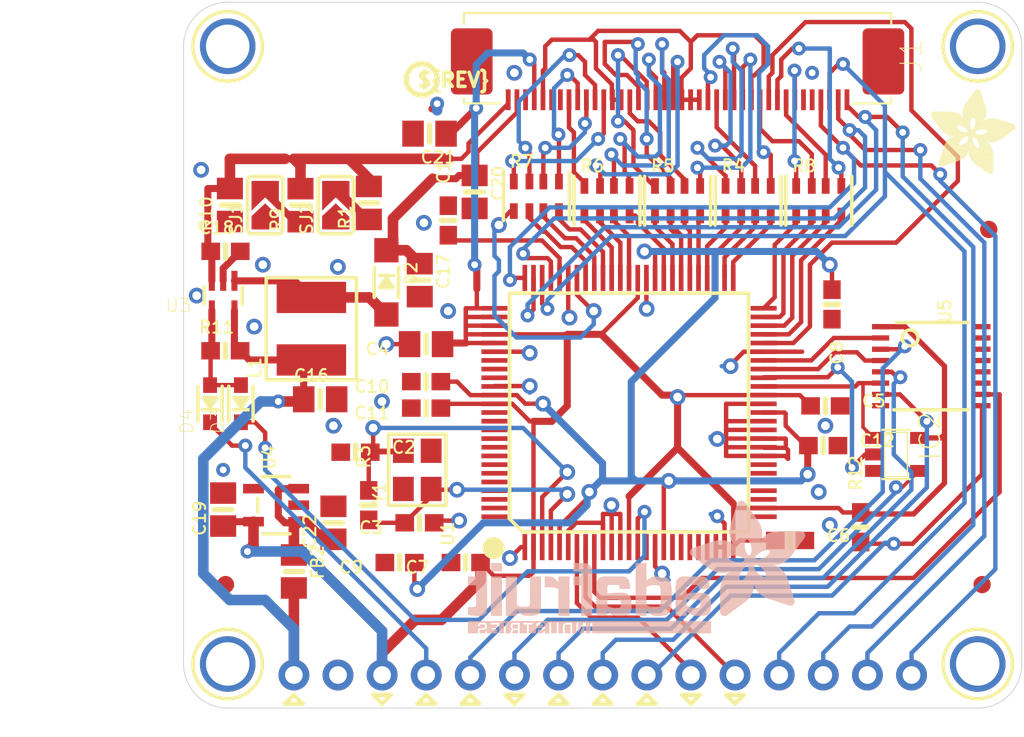
<source format=kicad_pcb>
(kicad_pcb (version 20221018) (generator pcbnew)
  (layers (0 "F.Cu" signal) (31 "B.Cu" signal) (34 "B.Paste" user) (35 "F.Paste" user) (36 "B.SilkS" user "B.Silkscreen") (37 "F.SilkS" user "F.Silkscreen") (38 "B.Mask" user) (39 "F.Mask" user) (44 "Edge.Cuts" user))
  (net 0 "")
  (net 1 "N$4")
  (net 2 "N$5")
  (net 3 "N$6")
  (net 4 "N$7")
  (net 5 "N$8")
  (net 6 "N$9")
  (net 7 "N$10")
  (net 8 "N$11")
  (net 9 "N$12")
  (net 10 "N$13")
  (net 11 "N$14")
  (net 12 "N$15")
  (net 13 "N$16")
  (net 14 "N$17")
  (net 15 "N$18")
  (net 16 "N$19")
  (net 17 "N$20")
  (net 18 "N$21")
  (net 19 "N$22")
  (net 20 "N$23")
  (net 21 "Y-")
  (net 22 "Y+")
  (net 23 "X-")
  (net 24 "X+")
  (net 25 "GND")
  (net 26 "+3V3")
  (net 27 "INT")
  (net 28 "WAIT")
  (net 29 "N$3")
  (net 30 "RESET")
  (net 31 "1.5V")
  (net 32 "N$2")
  (net 33 "N$28")
  (net 34 "HSYNC")
  (net 35 "VSYNC")
  (net 36 "PIXCLK")
  (net 37 "DE")
  (net 38 "PWM0")
  (net 39 "LEDK")
  (net 40 "R3")
  (net 41 "R4")
  (net 42 "R5")
  (net 43 "R6")
  (net 44 "R7")
  (net 45 "G2")
  (net 46 "G3")
  (net 47 "G4")
  (net 48 "G5")
  (net 49 "G6")
  (net 50 "G7")
  (net 51 "B3")
  (net 52 "B4")
  (net 53 "B5")
  (net 54 "B6")
  (net 55 "B7")
  (net 56 "ON/OFF")
  (net 57 "N$1")
  (net 58 "+24V")
  (net 59 "VIN")
  (net 60 "N$25")
  (net 61 "SPI_CLK_3V")
  (net 62 "MOSI_3V")
  (net 63 "MISO")
  (net 64 "SPI_CS_3V")
  (net 65 "RESET_3V")
  (net 66 "SCK")
  (net 67 "MOSI")
  (net 68 "CS")
  (net 69 "BACKLITE")
  (net 70 "SHDN")
  (net 71 "N$24")
  (net 72 "N$26")
  (net 73 "RA_MISO")
  (footprint "0603-NO" (layer "F.Cu") (at 136.8091 116.9416 180)
    (fp_text reference "C9")
    (fp_text value "0.1uF")
  )
  (footprint "CRYSTAL_3.2X2.5" (layer "F.Cu") (at 137.8251 111.6076 90)
    (fp_text reference "Y1")
    (fp_text value "20MHz")
  )
  (footprint "0603-NO" (layer "F.Cu") (at 138.3331 108.0516 180)
    (fp_text reference "C11")
    (fp_text value "0.1uF")
  )
  (footprint "FIDUCIAL_1MM" (layer "F.Cu") (at 126.7841 118.2116)
    (fp_text reference "FID1" hide)
    (fp_text value "FIDUCIAL_1MM" hide)
  )
  (footprint "SOLDERJUMPER_ARROW_NOPASTE" (layer "F.Cu") (at 133.1341 96.3676 90)
    (fp_text reference "SJ2")
    (fp_text value "+100mA")
  )
  (footprint "SOT23-5" (layer "F.Cu") (at 165.3921 110.7186 -90)
    (fp_text reference "IC2")
    (fp_text value "74AHC1G125DBV")
  )
  (footprint "PLABEL15" (layer "F.Cu") (at 163.7331 122.2756 90)
    (fp_text reference "PLABEL15" hide)
    (fp_text value "" hide)
  )
  (footprint "PLABEL8" (layer "F.Cu") (at 153.5731 122.2756 90)
    (fp_text reference "PLABEL8" hide)
    (fp_text value "" hide)
  )
  (footprint "0603-NO" (layer "F.Cu") (at 140.6191 116.9416 180)
    (fp_text reference "C7")
    (fp_text value "0.1uF")
  )
  (footprint "RESPACK_4X0603" (layer "F.Cu") (at 160.9391 96.1136)
    (fp_text reference "R8")
    (fp_text value "33")
  )
  (footprint "0603-NO" (layer "F.Cu") (at 137.9521 114.6556 180)
    (fp_text reference "C3")
    (fp_text value "15pF")
  )
  (footprint "PLABEL10" (layer "F.Cu") (at 129.8321 87.8586)
    (fp_text reference "PLABEL10" hide)
    (fp_text value "" hide)
  )
  (footprint "RESPACK_4X0603" (layer "F.Cu") (at 152.8111 96.1136)
    (fp_text reference "R5")
    (fp_text value "33")
  )
  (footprint "0603-NO" (layer "F.Cu") (at 161.7011 102.0826 -90)
    (fp_text reference "C8")
    (fp_text value "0.1uF")
  )
  (footprint "0603-NO" (layer "F.Cu") (at 163.3521 114.9096 90)
    (fp_text reference "R12")
    (fp_text value "10K")
  )
  (footprint "PCBFEAT-REV-040" (layer "F.Cu") (at 138.0871 89.1286)
    (fp_text reference "U$30" hide)
    (fp_text value "" hide)
  )
  (footprint "RESPACK_4X0603" (layer "F.Cu") (at 148.7471 96.1136)
    (fp_text reference "R6")
    (fp_text value "33")
  )
  (footprint "0805-NO" (layer "F.Cu") (at 132.2371 107.5436)
    (fp_text reference "C16")
    (fp_text value "10uF")
  )
  (footprint "0805-NO" (layer "F.Cu") (at 132.9991 114.6556 90)
    (fp_text reference "C22")
    (fp_text value "10uF")
  )
  (footprint "0805-NO" (layer "F.Cu") (at 130.7211 117.4576 -90)
    (fp_text reference "FB2")
    (fp_text value "Ferrite")
  )
  (footprint "MOUNTINGHOLE_2.5_PLATED" (layer "F.Cu") (at 126.9111 122.7836)
    (fp_text reference "U$24" hide)
    (fp_text value "MOUNTINGHOLE2.5" hide)
  )
  (footprint "0805-NO" (layer "F.Cu") (at 138.5331 92.2526 180)
    (fp_text reference "C21")
    (fp_text value "10uF")
  )
  (footprint "SOT23-5" (layer "F.Cu") (at 129.6971 113.6396 90)
    (fp_text reference "U4")
    (fp_text value "AP2127K-3.3")
  )
  (footprint "MOUNTINGHOLE_2.5_PLATED" (layer "F.Cu") (at 170.0911 87.2236)
    (fp_text reference "U$22" hide)
    (fp_text value "MOUNTINGHOLE2.5" hide)
  )
  (footprint "0805-NO" (layer "F.Cu") (at 127.0381 96.3596 90)
    (fp_text reference "R10")
    (fp_text value "8.2Ω")
  )
  (footprint "PLABEL7" (layer "F.Cu") (at 151.0331 122.2756 90)
    (fp_text reference "PLABEL7" hide)
    (fp_text value "" hide)
  )
  (footprint "PLABEL13" (layer "F.Cu") (at 158.6531 122.2756 90)
    (fp_text reference "PLABEL13" hide)
    (fp_text value "" hide)
  )
  (footprint "PLABEL18" (layer "F.Cu") (at 129.7051 98.9076)
    (fp_text reference "PLABEL18" hide)
    (fp_text value "" hide)
  )
  (footprint "SOLDERJUMPER_ARROW_NOPASTE" (layer "F.Cu") (at 129.0701 96.3676 90)
    (fp_text reference "SJ1")
    (fp_text value "+25mA")
  )
  (footprint "SOD-323_MINI" (layer "F.Cu") (at 127.6731 107.7976 90)
    (fp_text reference "D3")
    (fp_text value "1N4148")
  )
  (footprint "0805-NO" (layer "F.Cu") (at 138.3331 104.3686 180)
    (fp_text reference "C4")
    (fp_text value "1uF")
  )
  (footprint "MOUNTINGHOLE_2.5_PLATED" (layer "F.Cu") (at 126.9111 87.2236)
    (fp_text reference "U$21" hide)
    (fp_text value "MOUNTINGHOLE2.5" hide)
  )
  (footprint "LQFP100" (layer "F.Cu") (at 150.0171 108.3056)
    (fp_text reference "U1")
    (fp_text value "RA8875")
  )
  (footprint "0805-NO" (layer "F.Cu") (at 126.6491 113.8936 90)
    (fp_text reference "C19")
    (fp_text value "10uF")
  )
  (footprint "0603-NO" (layer "F.Cu") (at 126.7841 99.0266)
    (fp_text reference "C18")
    (fp_text value "0.1uF")
  )
  (footprint "PLABEL14" (layer "F.Cu") (at 161.1931 122.2756 90)
    (fp_text reference "PLABEL14" hide)
    (fp_text value "" hide)
  )
  (footprint "PLABEL3" (layer "F.Cu") (at 140.8731 122.4026 90)
    (fp_text reference "PLABEL3" hide)
    (fp_text value "" hide)
  )
  (footprint "FPC_40" (layer "F.Cu") (at 152.8111 89.2556)
    (fp_text reference "J1")
    (fp_text value "40PINFPC_GENERIC")
  )
  (footprint "TSSOP16" (layer "F.Cu") (at 167.4161 105.6386 -90)
    (fp_text reference "U5")
    (fp_text value "74HC4050")
  )
  (footprint "0805-NO" (layer "F.Cu") (at 131.1021 96.3676 90)
    (fp_text reference "R9")
    (fp_text value "8.2Ω")
  )
  (footprint "MOUNTINGHOLE_2.5_PLATED" (layer "F.Cu") (at 170.0911 122.7836)
    (fp_text reference "U$23" hide)
    (fp_text value "MOUNTINGHOLE2.5" hide)
  )
  (footprint "FIDUCIAL_1MM" (layer "F.Cu") (at 170.3451 118.2116)
    (fp_text reference "FID2" hide)
    (fp_text value "FIDUCIAL_1MM" hide)
  )
  (footprint "PLABEL2" (layer "F.Cu") (at 135.7931 122.4026 90)
    (fp_text reference "PLABEL2" hide)
    (fp_text value "" hide)
  )
  (footprint "SOD-323_MINI" (layer "F.Cu") (at 125.8951 107.7976 90)
    (fp_text reference "D4")
    (fp_text value "1N4148")
  )
  (footprint "PLABEL1" (layer "F.Cu") (at 133.2531 122.2756 90)
    (fp_text reference "PLABEL1" hide)
    (fp_text value "" hide)
  )
  (footprint "PLABEL0" (layer "F.Cu") (at 130.7131 122.2756 90)
    (fp_text reference "PLABEL0" hide)
    (fp_text value "" hide)
  )
  (footprint "0603-NO" (layer "F.Cu") (at 134.2691 110.5916)
    (fp_text reference "C2")
    (fp_text value "15pF")
  )
  (footprint "0805-NO" (layer "F.Cu") (at 137.9681 100.6856 -90)
    (fp_text reference "C17")
    (fp_text value "1uF")
  )
  (footprint "0805-NO" (layer "F.Cu") (at 141.1271 95.6056 -90)
    (fp_text reference "C20")
    (fp_text value "1uF")
  )
  (footprint "PLABEL5" (layer "F.Cu") (at 145.9531 122.2756 90)
    (fp_text reference "PLABEL5" hide)
    (fp_text value "" hide)
  )
  (footprint "PLABEL16" (layer "F.Cu") (at 166.2731 122.2756 90)
    (fp_text reference "PLABEL16" hide)
    (fp_text value "" hide)
  )
  (footprint "0603-NO" (layer "F.Cu") (at 138.3331 106.5276 180)
    (fp_text reference "C10")
    (fp_text value "0.1uF")
  )
  (footprint "PLABEL20" (layer "F.Cu") (at 133.3881 98.9076)
    (fp_text reference "PLABEL20" hide)
    (fp_text value "" hide)
  )
  (footprint "0603-NO" (layer "F.Cu") (at 161.3201 107.9246)
    (fp_text reference "C5")
    (fp_text value "0.1uF")
  )
  (footprint "PLABEL9" (layer "F.Cu") (at 156.1131 122.2756 90)
    (fp_text reference "PLABEL9" hide)
    (fp_text value "" hide)
  )
  (footprint "0603-NO" (layer "F.Cu") (at 139.6111 97.2486 90)
    (fp_text reference "C1")
    (fp_text value "0.1uF")
  )
  (footprint "0805-NO" (layer "F.Cu") (at 135.0391 96.2406 90)
    (fp_text reference "R1")
    (fp_text value "2Ω")
  )
  (footprint "RESPACK_4X0603" (layer "F.Cu") (at 156.8751 96.1136)
    (fp_text reference "R4")
    (fp_text value "33")
  )
  (footprint "PLABEL19" (layer "F.Cu") (at 126.6571 92.4306)
    (fp_text reference "PLABEL19" hide)
    (fp_text value "" hide)
  )
  (footprint "PLABEL12" (layer "F.Cu") (at 126.0221 94.3356)
    (fp_text reference "PLABEL12" hide)
    (fp_text value "" hide)
  )
  (footprint "1X15-CB" (layer "F.Cu") (at 148.5011 123.4186 180)
    (fp_text reference "JP1" hide)
    (fp_text value "Breakout" hide)
  )
  (footprint "PLABEL17" (layer "F.Cu") (at 138.3331 122.2756 90)
    (fp_text reference "PLABEL17" hide)
    (fp_text value "" hide)
  )
  (footprint "FIDUCIAL_1MM" (layer "F.Cu") (at 170.7261 97.7646)
    (fp_text reference "FID3" hide)
    (fp_text value "FIDUCIAL_1MM" hide)
  )
  (footprint "0603-NO" (layer "F.Cu") (at 135.0311 113.6396 90)
    (fp_text reference "R3")
    (fp_text value "1M")
  )
  (footprint "PLABEL11" (layer "F.Cu") (at 125.6411 90.7796)
    (fp_text reference "PLABEL11" hide)
    (fp_text value "" hide)
  )
  (footprint "SC70-5" (layer "F.Cu") (at 126.6491 101.5746 180)
    (fp_text reference "U3")
    (fp_text value "TPS61169")
  )
  (footprint "0603-NO" (layer "F.Cu") (at 159.2881 115.6716)
    (fp_text reference "C6")
    (fp_text value "0.1uF")
  )
  (footprint "RESPACK_4X0603" (layer "F.Cu") (at 144.6831 95.8596)
    (fp_text reference "R7")
    (fp_text value "33")
  )
  (footprint "INDUCTOR_5X5MM_NR5040_NOTHERMALS" (layer "F.Cu") (at 131.7291 103.4796 90)
    (fp_text reference "L1")
    (fp_text value "6.8uH large inductor")
  )
  (footprint "PLABEL4" (layer "F.Cu") (at 143.4131 122.4026 90)
    (fp_text reference "PLABEL4" hide)
    (fp_text value "" hide)
  )
  (footprint "SOD-123" (layer "F.Cu") (at 136.0471 100.8126 -90)
    (fp_text reference "D2")
    (fp_text value "MBR0540")
  )
  (footprint "PLABEL6" (layer "F.Cu") (at 148.4931 122.2756 90)
    (fp_text reference "PLABEL6" hide)
    (fp_text value "" hide)
  )
  (footprint "0603-NO" (layer "F.Cu") (at 161.1931 110.2106)
    (fp_text reference "C12")
    (fp_text value "0.1uF")
  )
  (footprint "ADAFRUIT_5MM" (layer "F.Cu") (at 167.3921 94.5616)
    (fp_text reference "U$18" hide)
    (fp_text value "" hide)
  )
  (footprint "0603-NO" (layer "F.Cu") (at 126.7761 104.7496)
    (fp_text reference "R11")
    (fp_text value "10K")
  )
  (footprint "PLABEL23" (layer "B.Cu") (at 149.3901 111.9886 180)
    (fp_text reference "PLABEL23" hide)
    (fp_text value "" hide)
  )
  (footprint "PLABEL21" (layer "B.Cu") (at 154.4701 90.6526 180)
    (fp_text reference "PLABEL21" hide)
    (fp_text value "" hide)
  )
  (footprint "PLABEL22" (layer "B.Cu") (at 149.1361 101.1936 180)
    (fp_text reference "PLABEL22" hide)
    (fp_text value "" hide)
  )
  (footprint "ADAFRUIT_TEXT_20MM" (layer "B.Cu") (at 160.3121 121.0056 180)
    (fp_text reference "U$25" hide)
    (fp_text value "" hide)
  )
  (gr_line (start 141.3891 125.0696) (end 140.3731 125.0696) (stroke (width 0.254)) (layer "F.SilkS"))
  (gr_line (start 131.2291 125.0696) (end 130.2131 125.0696) (stroke (width 0.254)) (layer "F.SilkS"))
  (gr_line (start 146.4691 125.0696) (end 145.4531 125.0696) (stroke (width 0.254)) (layer "F.SilkS"))
  (gr_line (start 155.6131 124.5616) (end 156.6291 124.5616) (stroke (width 0.254)) (layer "F.SilkS"))
  (gr_line (start 138.3411 124.5616) (end 138.8491 125.0696) (stroke (width 0.254)) (layer "F.SilkS"))
  (gr_line (start 150.5331 125.0696) (end 151.0411 124.5616) (stroke (width 0.254)) (layer "F.SilkS"))
  (gr_line (start 149.0091 125.0696) (end 147.9931 125.0696) (stroke (width 0.254)) (layer "F.SilkS"))
  (gr_line (start 138.8491 125.0696) (end 137.8331 125.0696) (stroke (width 0.254)) (layer "F.SilkS"))
  (gr_line (start 137.8331 125.0696) (end 138.3411 124.5616) (stroke (width 0.254)) (layer "F.SilkS"))
  (gr_line (start 142.9131 124.5616) (end 143.9291 124.5616) (stroke (width 0.254)) (layer "F.SilkS"))
  (gr_line (start 153.0731 124.5616) (end 154.0891 124.5616) (stroke (width 0.254)) (layer "F.SilkS"))
  (gr_line (start 145.4531 125.0696) (end 145.9611 124.5616) (stroke (width 0.254)) (layer "F.SilkS"))
  (gr_line (start 145.9611 124.5616) (end 146.4691 125.0696) (stroke (width 0.254)) (layer "F.SilkS"))
  (gr_line (start 140.8811 124.5616) (end 141.3891 125.0696) (stroke (width 0.254)) (layer "F.SilkS"))
  (gr_line (start 143.9291 124.5616) (end 143.4211 125.0696) (stroke (width 0.254)) (layer "F.SilkS"))
  (gr_line (start 135.2931 124.5616) (end 136.3091 124.5616) (stroke (width 0.254)) (layer "F.SilkS"))
  (gr_line (start 136.3091 124.5616) (end 135.8011 125.0696) (stroke (width 0.254)) (layer "F.SilkS"))
  (gr_line (start 156.6291 124.5616) (end 156.1211 125.0696) (stroke (width 0.254)) (layer "F.SilkS"))
  (gr_line (start 135.8011 125.0696) (end 135.2931 124.5616) (stroke (width 0.254)) (layer "F.SilkS"))
  (gr_line (start 130.7211 124.5616) (end 131.2291 125.0696) (stroke (width 0.254)) (layer "F.SilkS"))
  (gr_line (start 148.5011 124.5616) (end 149.0091 125.0696) (stroke (width 0.254)) (layer "F.SilkS"))
  (gr_line (start 143.4211 125.0696) (end 142.9131 124.5616) (stroke (width 0.254)) (layer "F.SilkS"))
  (gr_line (start 130.2131 125.0696) (end 130.7211 124.5616) (stroke (width 0.254)) (layer "F.SilkS"))
  (gr_line (start 151.5491 125.0696) (end 150.5331 125.0696) (stroke (width 0.254)) (layer "F.SilkS"))
  (gr_line (start 140.3731 125.0696) (end 140.8811 124.5616) (stroke (width 0.254)) (layer "F.SilkS"))
  (gr_line (start 147.9931 125.0696) (end 148.5011 124.5616) (stroke (width 0.254)) (layer "F.SilkS"))
  (gr_line (start 153.5811 125.0696) (end 153.0731 124.5616) (stroke (width 0.254)) (layer "F.SilkS"))
  (gr_line (start 154.0891 124.5616) (end 153.5811 125.0696) (stroke (width 0.254)) (layer "F.SilkS"))
  (gr_line (start 151.0411 124.5616) (end 151.5491 125.0696) (stroke (width 0.254)) (layer "F.SilkS"))
  (gr_line (start 156.1211 125.0696) (end 155.6131 124.5616) (stroke (width 0.254)) (layer "F.SilkS"))
  (gr_arc (start 124.3711 87.2236) (mid 125.115049 85.427549) (end 126.9111 84.6836) (stroke (width 0.05)) (layer "Edge.Cuts"))
  (gr_arc (start 126.9111 125.3236) (mid 125.115049 124.579651) (end 124.3711 122.7836) (stroke (width 0.05)) (layer "Edge.Cuts"))
  (gr_line (start 124.3711 122.7836) (end 124.3711 87.2236) (stroke (width 0.05)) (layer "Edge.Cuts"))
  (gr_arc (start 172.6311 122.7836) (mid 171.887151 124.579651) (end 170.0911 125.3236) (stroke (width 0.05)) (layer "Edge.Cuts"))
  (gr_line (start 126.9111 84.6836) (end 170.0911 84.6836) (stroke (width 0.05)) (layer "Edge.Cuts"))
  (gr_line (start 170.0911 125.3236) (end 126.9111 125.3236) (stroke (width 0.05)) (layer "Edge.Cuts"))
  (gr_line (start 172.6311 87.2236) (end 172.6311 122.7836) (stroke (width 0.05)) (layer "Edge.Cuts"))
  (gr_arc (start 170.0911 84.6836) (mid 171.887151 85.427549) (end 172.6311 87.2236) (stroke (width 0.05)) (layer "Edge.Cuts"))
  (segment (start 156.0171 100.5556) (end 156.0171 99.6386) (width 0.254) (layer "F.Cu") (net 1))
  (segment (start 158.1751 97.4806) (end 158.1751 96.9636) (width 0.254) (layer "F.Cu") (net 1))
  (segment (start 158.1751 97.4806) (end 156.0171 99.6386) (width 0.254) (layer "F.Cu") (net 1))
  (segment (start 157.2751 97.6186) (end 157.2751 96.9636) (width 0.254) (layer "F.Cu") (net 2))
  (segment (start 155.5171 99.3766) (end 157.2751 97.6186) (width 0.254) (layer "F.Cu") (net 2))
  (segment (start 155.5171 100.5556) (end 155.5171 99.3766) (width 0.254) (layer "F.Cu") (net 2))
  (segment (start 156.4751 97.6566) (end 156.4751 96.9636) (width 0.254) (layer "F.Cu") (net 3))
  (segment (start 155.0171 100.5556) (end 155.0171 99.1146) (width 0.254) (layer "F.Cu") (net 3))
  (segment (start 155.0171 99.1146) (end 156.4751 97.6566) (width 0.254) (layer "F.Cu") (net 3))
  (segment (start 155.5751 97.6676) (end 155.5751 96.9636) (width 0.254) (layer "F.Cu") (net 4))
  (segment (start 154.5171 100.5556) (end 154.5171 98.7256) (width 0.254) (layer "F.Cu") (net 4))
  (segment (start 155.5751 97.6676) (end 154.5171 98.7256) (width 0.254) (layer "F.Cu") (net 4))
  (segment (start 154.0171 100.5556) (end 154.0171 97.0576) (width 0.254) (layer "F.Cu") (net 5))
  (segment (start 154.0171 97.0576) (end 154.1111 96.9636) (width 0.254) (layer "F.Cu") (net 5))
  (segment (start 153.5171 100.5556) (end 153.5171 97.8356) (width 0.254) (layer "F.Cu") (net 6))
  (segment (start 153.5171 97.8356) (end 153.2111 97.5296) (width 0.254) (layer "F.Cu") (net 6))
  (segment (start 153.2111 97.5296) (end 153.2111 96.9636) (width 0.254) (layer "F.Cu") (net 6))
  (segment (start 153.0171 98.0976) (end 152.8111 97.8916) (width 0.254) (layer "F.Cu") (net 7))
  (segment (start 153.0171 100.5556) (end 153.0171 98.0976) (width 0.254) (layer "F.Cu") (net 7))
  (segment (start 152.4111 97.7456) (end 152.4111 96.9636) (width 0.254) (layer "F.Cu") (net 7))
  (segment (start 152.5571 97.8916) (end 152.4111 97.7456) (width 0.254) (layer "F.Cu") (net 7))
  (segment (start 152.8111 97.8916) (end 152.5571 97.8916) (width 0.254) (layer "F.Cu") (net 7))
  (segment (start 152.5171 100.5556) (end 152.5171 98.6136) (width 0.254) (layer "F.Cu") (net 8))
  (segment (start 151.5111 97.6076) (end 151.5111 96.9636) (width 0.254) (layer "F.Cu") (net 8))
  (segment (start 152.5171 98.6136) (end 151.5111 97.6076) (width 0.254) (layer "F.Cu") (net 8))
  (segment (start 150.5251 97.1296) (end 150.3591 96.9636) (width 0.254) (layer "F.Cu") (net 9))
  (segment (start 150.3591 96.9636) (end 150.0471 96.9636) (width 0.254) (layer "F.Cu") (net 9))
  (segment (start 152.0171 100.5556) (end 152.0171 98.8756) (width 0.254) (layer "F.Cu") (net 9))
  (segment (start 152.0171 98.8756) (end 150.5251 97.3836) (width 0.254) (layer "F.Cu") (net 9))
  (segment (start 150.5251 97.3836) (end 150.5251 97.1296) (width 0.254) (layer "F.Cu") (net 9))
  (segment (start 149.1471 97.2756) (end 149.1471 96.9636) (width 0.254) (layer "F.Cu") (net 10))
  (segment (start 150.0171 98.1456) (end 149.1471 97.2756) (width 0.254) (layer "F.Cu") (net 10))
  (segment (start 150.0171 100.5556) (end 150.0171 98.1456) (width 0.254) (layer "F.Cu") (net 10))
  (segment (start 148.3661 96.9826) (end 148.3471 96.9636) (width 0.254) (layer "F.Cu") (net 11))
  (segment (start 148.3661 97.3836) (end 148.3661 96.9826) (width 0.254) (layer "F.Cu") (net 11))
  (segment (start 149.5171 98.5346) (end 148.3661 97.3836) (width 0.254) (layer "F.Cu") (net 11))
  (segment (start 149.5171 100.5556) (end 149.5171 98.5346) (width 0.254) (layer "F.Cu") (net 11))
  (segment (start 149.0171 100.5556) (end 149.0171 98.7966) (width 0.254) (layer "F.Cu") (net 12))
  (segment (start 147.4771 97.2566) (end 147.4771 96.9936) (width 0.254) (layer "F.Cu") (net 12))
  (segment (start 147.4771 96.9936) (end 147.4471 96.9636) (width 0.254) (layer "F.Cu") (net 12))
  (segment (start 149.0171 98.7966) (end 147.4771 97.2566) (width 0.254) (layer "F.Cu") (net 12))
  (segment (start 146.5881 97.7646) (end 145.9831 97.1596) (width 0.254) (layer "F.Cu") (net 13))
  (segment (start 147.2231 97.7646) (end 146.5881 97.7646) (width 0.254) (layer "F.Cu") (net 13))
  (segment (start 145.9831 96.7096) (end 145.9831 97.1596) (width 0.254) (layer "F.Cu") (net 13))
  (segment (start 148.5171 99.0586) (end 147.2231 97.7646) (width 0.254) (layer "F.Cu") (net 13))
  (segment (start 148.5171 100.5556) (end 148.5171 99.0586) (width 0.254) (layer "F.Cu") (net 13))
  (segment (start 148.0171 99.3206) (end 146.9691 98.2726) (width 0.254) (layer "F.Cu") (net 14))
  (segment (start 145.0831 97.0216) (end 145.0831 96.7096) (width 0.254) (layer "F.Cu") (net 14))
  (segment (start 148.0171 100.5556) (end 148.0171 99.3206) (width 0.254) (layer "F.Cu") (net 14))
  (segment (start 146.3341 98.2726) (end 145.0831 97.0216) (width 0.254) (layer "F.Cu") (net 14))
  (segment (start 146.9691 98.2726) (end 146.3341 98.2726) (width 0.254) (layer "F.Cu") (net 14))
  (segment (start 144.2831 97.1106) (end 144.2831 96.7096) (width 0.254) (layer "F.Cu") (net 15))
  (segment (start 146.0801 98.7806) (end 145.1911 97.8916) (width 0.254) (layer "F.Cu") (net 15))
  (segment (start 145.0641 97.8916) (end 144.2831 97.1106) (width 0.254) (layer "F.Cu") (net 15))
  (segment (start 145.1911 97.8916) (end 145.0641 97.8916) (width 0.254) (layer "F.Cu") (net 15))
  (segment (start 147.5171 100.5556) (end 147.5171 99.5826) (width 0.254) (layer "F.Cu") (net 15))
  (segment (start 146.7151 98.7806) (end 146.0801 98.7806) (width 0.254) (layer "F.Cu") (net 15))
  (segment (start 147.5171 99.5826) (end 146.7151 98.7806) (width 0.254) (layer "F.Cu") (net 15))
  (segment (start 147.9541 102.4636) (end 147.9851 102.4636) (width 0.254) (layer "F.Cu") (net 16))
  (segment (start 147.0171 100.5556) (end 147.0171 101.5266) (width 0.254) (layer "F.Cu") (net 16))
  (segment (start 143.1981 96.7096) (end 142.5241 97.3836) (width 0.254) (layer "F.Cu") (net 16))
  (segment (start 143.1981 96.7096) (end 143.3831 96.7096) (width 0.254) (layer "F.Cu") (net 16))
  (segment (start 147.0171 101.5266) (end 147.9541 102.4636) (width 0.254) (layer "F.Cu") (net 16))
  (segment (start 142.5241 97.5106) (end 142.5241 97.3836) (width 0.254) (layer "F.Cu") (net 16))
  (via (at 147.9851 102.4636) (size 0.9064) (drill 0.5) (layers "F.Cu" "B.Cu") (net 16))
  (via (at 142.5241 97.5106) (size 0.9064) (drill 0.5) (layers "F.Cu" "B.Cu") (net 16))
  (segment (start 147.9851 103.2256) (end 147.2231 103.9876) (width 0.254) (layer "B.Cu") (net 16))
  (segment (start 142.5241 99.5426) (end 142.2701 99.2886) (width 0.254) (layer "B.Cu") (net 16))
  (segment (start 142.5241 97.5106) (end 142.2701 97.7646) (width 0.254) (layer "B.Cu") (net 16))
  (segment (start 143.5401 103.9876) (end 142.2701 102.7176) (width 0.254) (layer "B.Cu") (net 16))
  (segment (start 142.2701 99.2886) (end 142.2701 97.7646) (width 0.254) (layer "B.Cu") (net 16))
  (segment (start 142.2701 102.7176) (end 142.2701 100.4316) (width 0.254) (layer "B.Cu") (net 16))
  (segment (start 142.5241 100.1776) (end 142.5241 99.5426) (width 0.254) (layer "B.Cu") (net 16))
  (segment (start 147.9851 102.4636) (end 147.9851 103.2256) (width 0.254) (layer "B.Cu") (net 16))
  (segment (start 142.2701 100.4316) (end 142.5241 100.1776) (width 0.254) (layer "B.Cu") (net 16))
  (segment (start 147.2231 103.9876) (end 143.5401 103.9876) (width 0.254) (layer "B.Cu") (net 16))
  (segment (start 159.6391 97.4136) (end 158.4021 98.6506) (width 0.254) (layer "F.Cu") (net 17))
  (segment (start 159.6391 96.9636) (end 159.6391 97.4136) (width 0.254) (layer "F.Cu") (net 17))
  (segment (start 157.7671 102.3056) (end 158.4021 101.6706) (width 0.254) (layer "F.Cu") (net 17))
  (segment (start 158.4021 98.6506) (end 158.4021 101.6706) (width 0.254) (layer "F.Cu") (net 17))
  (segment (start 158.9071 102.5906) (end 158.9071 99.0346) (width 0.254) (layer "F.Cu") (net 18))
  (segment (start 158.6921 102.8056) (end 158.9071 102.5906) (width 0.254) (layer "F.Cu") (net 18))
  (segment (start 160.5391 96.9636) (end 160.5391 97.4026) (width 0.254) (layer "F.Cu") (net 18))
  (segment (start 160.5391 97.4026) (end 158.9071 99.0346) (width 0.254) (layer "F.Cu") (net 18))
  (segment (start 157.7671 102.8056) (end 158.6921 102.8056) (width 0.254) (layer "F.Cu") (net 18))
  (segment (start 158.9541 103.3056) (end 159.4151 102.8446) (width 0.254) (layer "F.Cu") (net 19))
  (segment (start 157.7671 103.3056) (end 158.9541 103.3056) (width 0.254) (layer "F.Cu") (net 19))
  (segment (start 161.3391 96.9636) (end 161.3391 97.3646) (width 0.254) (layer "F.Cu") (net 19))
  (segment (start 159.4151 102.8446) (end 159.4151 99.2886) (width 0.254) (layer "F.Cu") (net 19))
  (segment (start 161.3391 97.3646) (end 159.4151 99.2886) (width 0.254) (layer "F.Cu") (net 19))
  (segment (start 162.2391 97.2266) (end 159.9231 99.5426) (width 0.254) (layer "F.Cu") (net 20))
  (segment (start 162.2391 96.9636) (end 162.2391 97.2266) (width 0.254) (layer "F.Cu") (net 20))
  (segment (start 159.9231 103.0986) (end 159.9231 99.5426) (width 0.254) (layer "F.Cu") (net 20))
  (segment (start 159.2161 103.8056) (end 159.9231 103.0986) (width 0.254) (layer "F.Cu") (net 20))
  (segment (start 157.7671 103.8056) (end 159.2161 103.8056) (width 0.254) (layer "F.Cu") (net 20))
  (segment (start 144.5171 102.3756) (end 144.1751 102.7176) (width 0.254) (layer "F.Cu") (net 21))
  (segment (start 165.7731 92.1766) (end 164.8841 91.2876) (width 0.254) (layer "F.Cu") (net 21))
  (segment (start 144.5171 100.5556) (end 144.5171 102.3756) (width 0.254) (layer "F.Cu") (net 21))
  (segment (start 162.5611 90.2996) (end 162.5611 90.6236) (width 0.254) (layer "F.Cu") (net 21))
  (segment (start 164.8841 91.2876) (end 163.6061 91.2876) (width 0.254) (layer "F.Cu") (net 21))
  (segment (start 163.6061 91.2876) (end 163.2251 91.2876) (width 0.254) (layer "F.Cu") (net 21))
  (segment (start 163.2251 91.2876) (end 162.5611 90.6236) (width 0.254) (layer "F.Cu") (net 21))
  (via (at 163.6061 91.2876) (size 0.8001) (drill 0.3937) (layers "F.Cu" "B.Cu") (net 21))
  (via (at 144.1751 102.7176) (size 0.8001) (drill 0.3937) (layers "F.Cu" "B.Cu") (net 21))
  (via (at 165.7731 92.1766) (size 0.8001) (drill 0.3937) (layers "F.Cu" "B.Cu") (net 21))
  (segment (start 164.2411 95.4786) (end 164.2411 92.0496) (width 0.254) (layer "B.Cu") (net 21))
  (segment (start 162.7251 120.6246) (end 163.9951 120.6246) (width 0.254) (layer "B.Cu") (net 21))
  (segment (start 165.7731 94.7166) (end 165.7731 92.1766) (width 0.254) (layer "B.Cu") (net 21))
  (segment (start 162.7251 120.6246) (end 161.2011 122.1486) (width 0.254) (layer "B.Cu") (net 21))
  (segment (start 162.0821 97.6376) (end 164.2411 95.4786) (width 0.254) (layer "B.Cu") (net 21))
  (segment (start 144.1751 102.7176) (end 144.1751 102.0826) (width 0.254) (layer "B.Cu") (net 21))
  (segment (start 169.8371 114.7826) (end 169.8371 98.7806) (width 0.254) (layer "B.Cu") (net 21))
  (segment (start 148.6201 97.6376) (end 162.0821 97.6376) (width 0.254) (layer "B.Cu") (net 21))
  (segment (start 144.1751 102.0826) (end 148.6201 97.6376) (width 0.254) (layer "B.Cu") (net 21))
  (segment (start 161.2011 122.1486) (end 161.2011 123.4186) (width 0.254) (layer "B.Cu") (net 21))
  (segment (start 169.8371 98.7806) (end 165.7731 94.7166) (width 0.254) (layer "B.Cu") (net 21))
  (segment (start 163.9951 120.6246) (end 169.8371 114.7826) (width 0.254) (layer "B.Cu") (net 21))
  (segment (start 163.6061 91.4146) (end 163.6061 91.2876) (width 0.254) (layer "B.Cu") (net 21))
  (segment (start 164.2411 92.0496) (end 163.6061 91.4146) (width 0.254) (layer "B.Cu") (net 21))
  (segment (start 162.0821 88.2396) (end 161.5611 88.7606) (width 0.254) (layer "F.Cu") (net 22))
  (segment (start 161.5611 88.7606) (end 161.5611 90.2996) (width 0.254) (layer "F.Cu") (net 22))
  (segment (start 145.0171 100.5556) (end 145.0171 102.0356) (width 0.254) (layer "F.Cu") (net 22))
  (segment (start 162.3361 88.2396) (end 162.0821 88.2396) (width 0.254) (layer "F.Cu") (net 22))
  (segment (start 145.0171 102.0356) (end 145.3181 102.3366) (width 0.254) (layer "F.Cu") (net 22))
  (via (at 162.3361 88.2396) (size 0.8001) (drill 0.3937) (layers "F.Cu" "B.Cu") (net 22))
  (via (at 145.3181 102.3366) (size 0.8001) (drill 0.3937) (layers "F.Cu" "B.Cu") (net 22))
  (segment (start 162.9791 119.8626) (end 169.3291 113.5126) (width 0.254) (layer "B.Cu") (net 22))
  (segment (start 145.3181 101.8286) (end 149.0011 98.1456) (width 0.254) (layer "B.Cu") (net 22))
  (segment (start 164.7491 95.8596) (end 164.7491 94.4546) (width 0.254) (layer "B.Cu") (net 22))
  (segment (start 145.3181 102.3366) (end 145.3181 101.8286) (width 0.254) (layer "B.Cu") (net 22))
  (segment (start 164.7491 90.6526) (end 162.3361 88.2396) (width 0.254) (layer "B.Cu") (net 22))
  (segment (start 169.3291 99.0346) (end 164.7491 94.4546) (width 0.254) (layer "B.Cu") (net 22))
  (segment (start 158.6611 122.1486) (end 158.6611 123.4186) (width 0.254) (layer "B.Cu") (net 22))
  (segment (start 160.9471 119.8626) (end 162.9791 119.8626) (width 0.254) (layer "B.Cu") (net 22))
  (segment (start 160.9471 119.8626) (end 158.6611 122.1486) (width 0.254) (layer "B.Cu") (net 22))
  (segment (start 169.3291 113.5126) (end 169.3291 99.0346) (width 0.254) (layer "B.Cu") (net 22))
  (segment (start 149.0011 98.1456) (end 162.4631 98.1456) (width 0.254) (layer "B.Cu") (net 22))
  (segment (start 162.4631 98.1456) (end 164.7491 95.8596) (width 0.254) (layer "B.Cu") (net 22))
  (segment (start 164.7491 94.4546) (end 164.7491 90.6526) (width 0.254) (layer "B.Cu") (net 22))
  (segment (start 163.6061 93.1926) (end 162.7171 92.3036) (width 0.254) (layer "F.Cu") (net 23))
  (segment (start 144.1751 99.4156) (end 143.9211 99.1616) (width 0.254) (layer "F.Cu") (net 23))
  (segment (start 162.0611 91.3936) (end 162.0611 90.2996) (width 0.254) (layer "F.Cu") (net 23))
  (segment (start 162.7171 92.3036) (end 162.7171 92.0496) (width 0.254) (layer "F.Cu") (net 23))
  (segment (start 145.5171 99.6146) (end 145.3181 99.4156) (width 0.254) (layer "F.Cu") (net 23))
  (segment (start 162.7171 92.0496) (end 162.0611 91.3936) (width 0.254) (layer "F.Cu") (net 23))
  (segment (start 166.7891 93.1926) (end 163.6061 93.1926) (width 0.254) (layer "F.Cu") (net 23))
  (segment (start 145.5171 100.5556) (end 145.5171 99.6146) (width 0.254) (layer "F.Cu") (net 23))
  (segment (start 145.3181 99.4156) (end 144.1751 99.4156) (width 0.254) (layer "F.Cu") (net 23))
  (via (at 143.9211 99.1616) (size 0.8001) (drill 0.3937) (layers "F.Cu" "B.Cu") (net 23))
  (via (at 162.7171 92.0496) (size 0.8001) (drill 0.3937) (layers "F.Cu" "B.Cu") (net 23))
  (via (at 166.7891 93.1926) (size 0.8001) (drill 0.3937) (layers "F.Cu" "B.Cu") (net 23))
  (segment (start 170.4721 115.4176) (end 170.4721 98.5266) (width 0.254) (layer "B.Cu") (net 23))
  (segment (start 161.8281 97.1296) (end 163.6061 95.3516) (width 0.254) (layer "B.Cu") (net 23))
  (segment (start 170.4721 98.5266) (end 166.7891 94.8436) (width 0.254) (layer "B.Cu") (net 23))
  (segment (start 163.7411 122.1486) (end 163.7411 123.4186) (width 0.254) (layer "B.Cu") (net 23))
  (segment (start 163.6061 95.3516) (end 163.6061 92.4306) (width 0.254) (layer "B.Cu") (net 23))
  (segment (start 163.2251 92.0496) (end 162.7171 92.0496) (width 0.254) (layer "B.Cu") (net 23))
  (segment (start 163.6061 92.4306) (end 163.2251 92.0496) (width 0.254) (layer "B.Cu") (net 23))
  (segment (start 143.9211 99.1616) (end 143.9211 98.9076) (width 0.254) (layer "B.Cu") (net 23))
  (segment (start 170.4721 115.4176) (end 163.7411 122.1486) (width 0.254) (layer "B.Cu") (net 23))
  (segment (start 166.7891 94.8436) (end 166.7891 93.1926) (width 0.254) (layer "B.Cu") (net 23))
  (segment (start 145.6991 97.1296) (end 161.8281 97.1296) (width 0.254) (layer "B.Cu") (net 23))
  (segment (start 145.6991 97.1296) (end 143.9211 98.9076) (width 0.254) (layer "B.Cu") (net 23))
  (segment (start 144.0171 100.5556) (end 143.2891 100.5556) (width 0.254) (layer "F.Cu") (net 24))
  (segment (start 167.9321 94.5896) (end 167.4241 94.0816) (width 0.254) (layer "F.Cu") (net 24))
  (segment (start 163.3521 94.0816) (end 162.3361 93.0656) (width 0.254) (layer "F.Cu") (net 24))
  (segment (start 161.0611 91.7906) (end 161.0611 90.2996) (width 0.254) (layer "F.Cu") (net 24))
  (segment (start 162.3361 93.0656) (end 161.0611 91.7906) (width 0.254) (layer "F.Cu") (net 24))
  (segment (start 143.2891 100.5556) (end 143.1591 100.6856) (width 0.254) (layer "F.Cu") (net 24))
  (segment (start 167.4241 94.0816) (end 163.3521 94.0816) (width 0.254) (layer "F.Cu") (net 24))
  (via (at 167.9321 94.5896) (size 0.8001) (drill 0.3937) (layers "F.Cu" "B.Cu") (net 24))
  (via (at 143.1591 100.6856) (size 0.8001) (drill 0.3937) (layers "F.Cu" "B.Cu") (net 24))
  (via (at 162.3361 93.0656) (size 0.8001) (drill 0.3937) (layers "F.Cu" "B.Cu") (net 24))
  (segment (start 143.1591 100.6856) (end 143.1591 98.7806) (width 0.254) (layer "B.Cu") (net 24))
  (segment (start 171.1071 117.3226) (end 171.1071 98.1456) (width 0.254) (layer "B.Cu") (net 24))
  (segment (start 162.9711 93.7006) (end 162.3361 93.0656) (width 0.254) (layer "B.Cu") (net 24))
  (segment (start 167.9321 94.9706) (end 167.9321 94.5896) (width 0.254) (layer "B.Cu") (net 24))
  (segment (start 166.2811 122.1486) (end 166.2811 123.4186) (width 0.254) (layer "B.Cu") (net 24))
  (segment (start 171.1071 98.1456) (end 167.9321 94.9706) (width 0.254) (layer "B.Cu") (net 24))
  (segment (start 162.9711 95.0976) (end 162.9711 93.7006) (width 0.254) (layer "B.Cu") (net 24))
  (segment (start 171.1071 117.3226) (end 166.2811 122.1486) (width 0.254) (layer "B.Cu") (net 24))
  (segment (start 143.1591 98.7806) (end 145.4451 96.4946) (width 0.254) (layer "B.Cu") (net 24))
  (segment (start 161.5741 96.4946) (end 162.9711 95.0976) (width 0.254) (layer "B.Cu") (net 24))
  (segment (start 145.4451 96.4946) (end 161.5741 96.4946) (width 0.254) (layer "B.Cu") (net 24))
  (segment (start 157.7671 110.8056) (end 159.0021 110.8056) (width 0.254) (layer "F.Cu") (net 25))
  (segment (start 126.6491 100.0116) (end 127.6341 99.0266) (width 0.4064) (layer "F.Cu") (net 25))
  (segment (start 148.4931 114.6556) (end 148.5171 114.6796) (width 0.254) (layer "F.Cu") (net 25))
  (segment (start 159.1691 110.4646) (end 159.0421 110.3376) (width 0.254) (layer "F.Cu") (net 25))
  (segment (start 159.0181 109.8056) (end 159.0421 109.8296) (width 0.254) (layer "F.Cu") (net 25))
  (segment (start 142.2911 106.7816) (end 144.3021 106.7816) (width 0.254) (layer "F.Cu") (net 25))
  (segment (start 153.9541 86.5886) (end 153.5731 86.9696) (width 0.254) (layer "F.Cu") (net 25))
  (segment (start 157.7671 104.8056) (end 156.6211 104.8056) (width 0.254) (layer "F.Cu") (net 25))
  (segment (start 160.559825 90.298325) (end 160.5611 90.2996) (width 0.254) (layer "F.Cu") (net 25))
  (segment (start 145.1911 87.2236) (end 145.1911 88.4936) (width 0.254) (layer "F.Cu") (net 25))
  (segment (start 157.2281 88.9026) (end 157.0611 88.9026) (width 0.254) (layer "F.Cu") (net 25))
  (segment (start 146.5171 115.1076) (end 146.9691 114.6556) (width 0.254) (layer "F.Cu") (net 25))
  (segment (start 155.6051 109.8296) (end 155.6051 110.3056) (width 0.254) (layer "F.Cu") (net 25))
  (segment (start 149.0611 90.2996) (end 149.5611 90.2996) (width 0.254) (layer "F.Cu") (net 25))
  (segment (start 157.7671 110.8056) (end 155.6051 110.8056) (width 0.254) (layer "F.Cu") (net 25))
  (segment (start 153.5611 90.2996) (end 154.0611 90.2996) (width 0.254) (layer "F.Cu") (net 25))
  (segment (start 147.9851 86.8426) (end 147.7311 86.8426) (width 0.254) (layer "F.Cu") (net 25))
  (segment (start 160.5581 88.7476) (end 160.562934 88.752435) (width 0.254) (layer "F.Cu") (net 25))
  (segment (start 153.5731 86.9696) (end 152.9381 86.3346) (width 0.254) (layer "F.Cu") (net 25))
  (segment (start 142.2671 106.8056) (end 142.2911 106.7816) (width 0.254) (layer "F.Cu") (net 25))
  (segment (start 149.0291 89.4106) (end 149.0291 90.2676) (width 0.254) (layer "F.Cu") (net 25))
  (segment (start 151.5171 116.0556) (end 151.5171 117.1716) (width 0.254) (layer "F.Cu") (net 25))
  (segment (start 146.5171 100.5556) (end 146.5171 102.7886) (width 0.254) (layer "F.Cu") (net 25))
  (segment (start 147.7311 86.8426) (end 145.5721 86.8426) (width 0.254) (layer "F.Cu") (net 25))
  (segment (start 144.3021 104.8056) (end 144.3021 104.8766) (width 0.254) (layer "F.Cu") (net 25))
  (segment (start 152.9381 86.3346) (end 148.2391 86.3346) (width 0.254) (layer "F.Cu") (net 25))
  (segment (start 159.1691 110.9726) (end 159.1691 110.4646) (width 0.254) (layer "F.Cu") (net 25))
  (segment (start 145.5721 86.8426) (end 145.1911 87.2236) (width 0.254) (layer "F.Cu") (net 25))
  (segment (start 148.5171 114.6796) (end 148.5171 116.0556) (width 0.254) (layer "F.Cu") (net 25))
  (segment (start 159.0421 109.8296) (end 159.0421 110.3376) (width 0.254) (layer "F.Cu") (net 25))
  (segment (start 157.7671 107.8056) (end 155.6051 107.8056) (width 0.254) (layer "F.Cu") (net 25))
  (segment (start 157.0611 90.2996) (end 157.0611 88.9026) (width 0.254) (layer "F.Cu") (net 25))
  (segment (start 157.7671 110.3056) (end 155.6051 110.3056) (width 0.254) (layer "F.Cu") (net 25))
  (segment (start 138.6705 90.8232) (end 138.9681 90.5256) (width 0.4064) (layer "F.Cu") (net 25))
  (segment (start 159.0021 110.8056) (end 159.1691 110.9726) (width 0.254) (layer "F.Cu") (net 25))
  (segment (start 140.2381 114.5286) (end 139.0291 114.5286) (width 0.254) (layer "F.Cu") (net 25))
  (segment (start 149.5171 116.0556) (end 149.5171 114.1476) (width 0.254) (layer "F.Cu") (net 25))
  (segment (start 155.5171 116.0556) (end 155.0171 116.0556) (width 0.254) (layer "F.Cu") (net 25))
  (segment (start 153.0371 89.0296) (end 153.5731 88.4936) (width 0.254) (layer "F.Cu") (net 25))
  (segment (start 149.0011 114.1476) (end 148.5171 114.1476) (width 0.254) (layer "F.Cu") (net 25))
  (segment (start 149.0611 90.2996) (end 149.0291 90.2676) (width 0.254) (layer "F.Cu") (net 25))
  (segment (start 157.7641 87.0966) (end 157.2561 86.5886) (width 0.254) (layer "F.Cu") (net 25))
  (segment (start 151.0171 102.3366) (end 151.0331 102.3366) (width 0.254) (layer "F.Cu") (net 25))
  (segment (start 153.0611 90.2996) (end 153.5611 90.2996) (width 0.254) (layer "F.Cu") (net 25))
  (segment (start 143.7911 116.0556) (end 143.1591 116.6876) (width 0.254) (layer "F.Cu") (net 25))
  (segment (start 142.2671 104.8056) (end 144.3021 104.8056) (width 0.254) (layer "F.Cu") (net 25))
  (segment (start 153.0611 90.2996) (end 153.0371 90.2756) (width 0.254) (layer "F.Cu") (net 25))
  (segment (start 146.9691 114.6556) (end 148.4931 114.6556) (width 0.254) (layer "F.Cu") (net 25))
  (segment (start 151.0171 100.5556) (end 151.0171 102.3366) (width 0.254) (layer "F.Cu") (net 25))
  (segment (start 157.7991 110.3376) (end 157.7671 110.3056) (width 0.254) (layer "F.Cu") (net 25))
  (segment (start 155.8591 105.5676) (end 155.8591 105.6386) (width 0.254) (layer "F.Cu") (net 25))
  (segment (start 146.5731 102.8446) (end 146.5881 102.8446) (width 0.254) (layer "F.Cu") (net 25))
  (segment (start 156.6211 104.8056) (end 155.8591 105.5676) (width 0.254) (layer "F.Cu") (net 25))
  (segment (start 126.6491 100.7246) (end 126.6491 100.0116) (width 0.4064) (layer "F.Cu") (net 25))
  (segment (start 145.1911 88.4936) (end 145.0611 88.6236) (width 0.254) (layer "F.Cu") (net 25))
  (segment (start 153.0371 89.0296) (end 153.0371 90.2756) (width 0.254) (layer "F.Cu") (net 25))
  (segment (start 157.2561 86.5886) (end 153.9541 86.5886) (width 0.254) (layer "F.Cu") (net 25))
  (segment (start 137.3831 104.3686) (end 136.0471 104.3686) (width 0.254) (layer "F.Cu") (net 25))
  (segment (start 155.6051 107.8056) (end 155.6051 108.8056) (width 0.254) (layer "F.Cu") (net 25))
  (segment (start 157.7671 109.8056) (end 159.0181 109.8056) (width 0.254) (layer "F.Cu") (net 25))
  (segment (start 148.2391 86.3346) (end 147.7311 86.8426) (width 0.254) (layer "F.Cu") (net 25))
  (segment (start 159.0421 110.3376) (end 157.7991 110.3376) (width 0.254) (layer "F.Cu") (net 25))
  (segment (start 155.5171 114.6946) (end 155.0971 114.2746) (width 0.254) (layer "F.Cu") (net 25))
  (segment (start 151.5171 117.1716) (end 151.9221 117.5766) (width 0.254) (layer "F.Cu") (net 25))
  (segment (start 146.5171 102.7886) (end 146.5731 102.8446) (width 0.254) (layer "F.Cu") (net 25))
  (segment (start 148.1121 86.9696) (end 147.9851 86.8426) (width 0.254) (layer "F.Cu") (net 25))
  (segment (start 148.1121 88.4936) (end 148.1121 86.9696) (width 0.254) (layer "F.Cu") (net 25))
  (segment (start 148.5171 116.0556) (end 148.5171 114.1476) (width 0.254) (layer "F.Cu") (net 25))
  (segment (start 157.7671 109.8056) (end 155.6051 109.8056) (width 0.254) (layer "F.Cu") (net 25))
  (segment (start 155.6051 108.8056) (end 155.6051 109.3056) (width 0.254) (layer "F.Cu") (net 25))
  (segment (start 149.0011 114.1476) (end 149.0011 113.6396) (width 0.254) (layer "F.Cu") (net 25))
  (segment (start 149.5171 114.1476) (end 149.0171 114.1476) (width 0.254) (layer "F.Cu") (net 25))
  (segment (start 155.6051 109.8296) (end 155.0971 109.8296) (width 0.254) (layer "F.Cu") (net 25))
  (segment (start 157.7671 104.8056) (end 159.9791 104.8056) (width 0.254) (layer "F.Cu") (net 25))
  (segment (start 149.0171 114.1476) (end 149.0011 114.1476) (width 0.254) (layer "F.Cu") (net 25))
  (segment (start 157.7671 109.3056) (end 155.6051 109.3056) (width 0.254) (layer "F.Cu") (net 25))
  (segment (start 149.0291 89.4106) (end 148.1121 88.4936) (width 0.254) (layer "F.Cu") (net 25))
  (segment (start 146.5171 116.0556) (end 146.5171 115.1076) (width 0.254) (layer "F.Cu") (net 25))
  (segment (start 144.0171 116.0556) (end 143.7911 116.0556) (width 0.254) (layer "F.Cu") (net 25))
  (segment (start 145.0611 90.2996) (end 145.0611 88.6236) (width 0.254) (layer "F.Cu") (net 25))
  (segment (start 155.6051 109.8056) (end 155.6051 109.8296) (width 0.254) (layer "F.Cu") (net 25))
  (segment (start 157.7641 88.3666) (end 157.7641 87.0966) (width 0.254) (layer "F.Cu") (net 25))
  (segment (start 153.5731 88.4936) (end 153.5731 86.9696) (width 0.254) (layer "F.Cu") (net 25))
  (segment (start 157.7671 108.8056) (end 155.6051 108.8056) (width 0.254) (layer "F.Cu") (net 25))
  (segment (start 155.6051 109.3056) (end 155.6051 109.8056) (width 0.254) (layer "F.Cu") (net 25))
  (segment (start 149.0171 116.0556) (end 149.0171 114.1476) (width 0.254) (layer "F.Cu") (net 25))
  (segment (start 155.5171 116.0556) (end 155.5171 114.6946) (width 0.254) (layer "F.Cu") (net 25))
  (segment (start 157.2281 88.9026) (end 157.7641 88.3666) (width 0.254) (layer "F.Cu") (net 25))
  (segment (start 155.6051 110.3056) (end 155.6051 110.8056) (width 0.254) (layer "F.Cu") (net 25))
  (segment (start 143.5401 88.8746) (end 143.4131 88.7476) (width 0.254) (layer "F.Cu") (net 25))
  (via (at 160.5581 88.7476) (size 0.8001) (drill 0.3937) (layers "F.Cu" "B.Cu") (net 25))
  (via (at 140.2381 114.5286) (size 0.9064) (drill 0.5) (layers "F.Cu" "B.Cu") (net 25))
  (via (at 155.8591 105.6386) (size 0.9064) (drill 0.5) (layers "F.Cu" "B.Cu") (net 25))
  (via (at 155.0971 109.8296) (size 0.9064) (drill 0.5) (layers "F.Cu" "B.Cu") (net 25))
  (via (at 136.0471 104.3686) (size 0.9064) (drill 0.5) (layers "F.Cu" "B.Cu") (net 25))
  (via (at 135.7931 107.6706) (size 0.9064) (drill 0.5) (layers "F.Cu" "B.Cu") (net 25))
  (via (at 126.6491 111.6076) (size 0.8001) (drill 0.3937) (layers "F.Cu" "B.Cu") (net 25))
  (via (at 160.9391 112.8776) (size 0.9064) (drill 0.5) (layers "F.Cu" "B.Cu") (net 25))
  (via (at 151.0331 102.3366) (size 0.9064) (drill 0.5) (layers "F.Cu" "B.Cu") (net 25))
  (via (at 161.3201 109.0676) (size 0.9064) (drill 0.5) (layers "F.Cu" "B.Cu") (net 25))
  (via (at 144.3021 106.7816) (size 0.9064) (drill 0.5) (layers "F.Cu" "B.Cu") (net 25))
  (via (at 146.5881 102.8446) (size 0.9064) (drill 0.5) (layers "F.Cu" "B.Cu") (net 25))
  (via (at 125.3791 94.3356) (size 0.9064) (drill 0.5) (layers "F.Cu" "B.Cu") (net 25))
  (via (at 151.9221 117.5766) (size 0.9064) (drill 0.5) (layers "F.Cu" "B.Cu") (net 25))
  (via (at 128.9351 99.7966) (size 0.9064) (drill 0.5) (layers "F.Cu" "B.Cu") (net 25))
  (via (at 133.2531 99.9236) (size 0.9064) (drill 0.5) (layers "F.Cu" "B.Cu") (net 25))
  (via (at 143.4131 88.7476) (size 0.9064) (drill 0.5) (layers "F.Cu" "B.Cu") (net 25))
  (via (at 132.9991 109.0676) (size 0.9064) (drill 0.5) (layers "F.Cu" "B.Cu") (net 25))
  (via (at 161.5741 114.7826) (size 0.9064) (drill 0.5) (layers "F.Cu" "B.Cu") (net 25))
  (via (at 155.0971 114.2746) (size 0.8001) (drill 0.3937) (layers "F.Cu" "B.Cu") (net 25))
  (via (at 125.1251 101.5746) (size 0.9064) (drill 0.5) (layers "F.Cu" "B.Cu") (net 25))
  (via (at 143.1591 116.6876) (size 0.9064) (drill 0.5) (layers "F.Cu" "B.Cu") (net 25))
  (via (at 144.3021 104.8766) (size 0.9064) (drill 0.5) (layers "F.Cu" "B.Cu") (net 25))
  (via (at 128.4351 103.3606) (size 0.9064) (drill 0.5) (layers "F.Cu" "B.Cu") (net 25))
  (via (at 138.9681 90.5256) (size 0.8001) (drill 0.3937) (layers "F.Cu" "B.Cu") (net 25))
  (via (at 149.0011 113.6396) (size 0.9064) (drill 0.5) (layers "F.Cu" "B.Cu") (net 25))
  (via (at 139.6031 102.4636) (size 0.9064) (drill 0.5) (layers "F.Cu" "B.Cu") (net 25))
  (via (at 138.2061 97.3836) (size 0.9064) (drill 0.5) (layers "F.Cu" "B.Cu") (net 25))
  (segment (start 143.1591 116.6876) (end 143.0321 116.6876) (width 0.254) (layer "B.Cu") (net 25))
  (segment (start 135.9201 104.4956) (end 135.9201 104.3686) (width 0.254) (layer "B.Cu") (net 25))
  (segment (start 132.9991 109.0676) (end 133.3801 109.0676) (width 0.254) (layer "B.Cu") (net 25))
  (segment (start 146.5881 102.9716) (end 146.4611 102.8446) (width 0.254) (layer "B.Cu") (net 25))
  (segment (start 144.3021 106.7816) (end 144.3021 107.1626) (width 0.254) (layer "B.Cu") (net 25))
  (segment (start 138.9681 90.5256) (end 138.9681 90.9066) (width 0.6096) (layer "B.Cu") (net 25))
  (segment (start 160.5581 88.7476) (end 160.4311 88.6206) (width 0.254) (layer "B.Cu") (net 25))
  (segment (start 144.4291 104.8766) (end 144.4291 105.0036) (width 0.254) (layer "B.Cu") (net 25))
  (segment (start 155.8591 105.6386) (end 155.3511 105.6386) (width 0.254) (layer "B.Cu") (net 25))
  (segment (start 155.0971 114.2746) (end 154.8431 114.2746) (width 0.254) (layer "B.Cu") (net 25))
  (segment (start 154.7161 109.7026) (end 154.7161 109.8296) (width 0.254) (layer "B.Cu") (net 25))
  (segment (start 160.4311 88.6206) (end 160.4311 89.0016) (width 0.254) (layer "B.Cu") (net 25))
  (segment (start 151.0331 102.3366) (end 151.0331 102.4636) (width 0.254) (layer "B.Cu") (net 25))
  (segment (start 143.0321 116.6876) (end 142.9051 116.8146) (width 0.254) (layer "B.Cu") (net 25))
  (segment (start 144.3021 104.8766) (end 144.4291 104.8766) (width 0.254) (layer "B.Cu") (net 25))
  (segment (start 151.9221 117.5766) (end 152.3031 117.9576) (width 0.254) (layer "B.Cu") (net 25))
  (segment (start 146.5881 102.8446) (end 146.5881 102.9716) (width 0.254) (layer "B.Cu") (net 25))
  (segment (start 154.8431 114.2746) (end 154.7161 114.1476) (width 0.254) (layer "B.Cu") (net 25))
  (segment (start 143.4131 88.7476) (end 143.4131 88.6206) (width 0.254) (layer "B.Cu") (net 25))
  (segment (start 151.0331 102.4636) (end 151.2871 102.4636) (width 0.254) (layer "B.Cu") (net 25))
  (segment (start 136.0471 104.3686) (end 135.9201 104.4956) (width 0.254) (layer "B.Cu") (net 25))
  (segment (start 144.5171 117.4886) (end 144.3021 117.7036) (width 0.254) (layer "F.Cu") (net 26))
  (segment (start 140.6191 103.8056) (end 140.6191 104.3056) (width 0.254) (layer "F.Cu") (net 26))
  (segment (start 143.2941 107.8056) (end 144.3021 108.8136) (width 0.254) (layer "F.Cu") (net 26))
  (segment (start 139.2221 120.2436) (end 137.7061 120.2436) (width 0.6096) (layer "F.Cu") (net 26))
  (segment (start 150.0171 116.0556) (end 150.0171 113.1316) (width 0.254) (layer "F.Cu") (net 26))
  (segment (start 157.7671 113.8056) (end 156.1831 113.8056) (width 0.254) (layer "F.Cu") (net 26))
  (segment (start 142.2311 117.7036) (end 141.4691 116.9416) (width 0.254) (layer "F.Cu") (net 26))
  (segment (start 144.3021 117.7036) (end 142.2311 117.7036) (width 0.254) (layer "F.Cu") (net 26))
  (segment (start 139.4291 107.8056) (end 139.1831 108.0516) (width 0.254) (layer "F.Cu") (net 26))
  (segment (start 142.2671 102.3056) (end 141.2541 102.3056) (width 0.254) (layer "F.Cu") (net 26))
  (segment (start 139.749918 92.2526) (end 139.4831 92.2526) (width 0.4064) (layer "F.Cu") (net 26))
  (segment (start 141.4691 116.9416) (end 141.4691 117.9966) (width 0.6096) (layer "F.Cu") (net 26))
  (segment (start 126.8421 114.5896) (end 128.397 114.5896) (width 0.4064) (layer "F.Cu") (net 26))
  (segment (start 157.7671 113.8056) (end 162.0821 113.8056) (width 0.254) (layer "F.Cu") (net 26))
  (segment (start 144.5171 116.0556) (end 144.5171 108.8136) (width 0.254) (layer "F.Cu") (net 26))
  (segment (start 142.2671 104.3056) (end 140.6191 104.3056) (width 0.254) (layer "F.Cu") (net 26))
  (segment (start 126.6491 114.7826) (end 126.6491 114.8436) (width 0.4064) (layer "F.Cu") (net 26))
  (segment (start 157.7671 107.3056) (end 152.9381 107.3056) (width 0.254) (layer "F.Cu") (net 26))
  (segment (start 142.2671 103.8056) (end 140.6191 103.8056) (width 0.254) (layer "F.Cu") (net 26))
  (segment (start 128.397 115.9557) (end 128.0461 116.3066) (width 0.6096) (layer "F.Cu") (net 26))
  (segment (start 141.2541 101.1936) (end 141.2541 99.9236) (width 0.4064) (layer "F.Cu") (net 26))
  (segment (start 140.6191 103.3056) (end 140.6191 102.8056) (width 0.254) (layer "F.Cu") (net 26))
  (segment (start 144.5611 88.2446) (end 144.3021 87.9856) (width 0.254) (layer "F.Cu") (net 26))
  (segment (start 141.2541 102.3056) (end 140.6191 102.3056) (width 0.254) (layer "F.Cu") (net 26))
  (segment (start 148.4211 103.8056) (end 146.4611 103.8056) (width 0.4064) (layer "F.Cu") (net 26))
  (segment (start 139.3461 104.3056) (end 140.6191 104.3056) (width 0.4064) (layer "F.Cu") (net 26))
  (segment (start 144.5611 90.2996) (end 144.5611 88.2446) (width 0.254) (layer "F.Cu") (net 26))
  (segment (start 139.2831 104.3686) (end 139.3461 104.3056) (width 0.4064) (layer "F.Cu") (net 26))
  (segment (start 164.4983 103.3636) (end 165.9031 103.3636) (width 0.3048) (layer "F.Cu") (net 26))
  (segment (start 156.3951 115.6716) (end 156.0171 116.0496) (width 0.254) (layer "F.Cu") (net 26))
  (segment (start 150.5171 100.5556) (end 150.5171 101.7096) (width 0.254) (layer "F.Cu") (net 26))
  (segment (start 156.0171 116.0556) (end 156.0171 113.6396) (width 0.254) (layer "F.Cu") (net 26))
  (segment (start 150.5171 101.7096) (end 148.4211 103.8056) (width 0.254) (layer "F.Cu") (net 26))
  (segment (start 144.3021 108.8136) (end 144.5171 108.8136) (width 0.254) (layer "F.Cu") (net 26))
  (segment (start 150.0171 113.1316) (end 152.8111 110.3376) (width 0.4064) (layer "F.Cu") (net 26))
  (segment (start 156.0171 113.6396) (end 156.0171 113.5436) (width 0.254) (layer "F.Cu") (net 26))
  (segment (start 146.4611 107.9246) (end 146.4611 103.8056) (width 0.4064) (layer "F.Cu") (net 26))
  (segment (start 163.3521 114.0596) (end 163.4401 114.1476) (width 0.3048) (layer "F.Cu") (net 26))
  (segment (start 162.3361 114.0596) (end 162.0821 113.8056) (width 0.254) (layer "F.Cu") (net 26))
  (segment (start 142.2671 102.8056) (end 140.6191 102.8056) (width 0.254) (layer "F.Cu") (net 26))
  (segment (start 168.1781 109.5756) (end 167.9851 109.7686) (width 0.3048) (layer "F.Cu") (net 26))
  (segment (start 126.8421 114.5896) (end 126.6491 114.7826) (width 0.4064) (layer "F.Cu") (net 26))
  (segment (start 151.9211 107.3056) (end 148.4211 103.8056) (width 0.4064) (layer "F.Cu") (net 26))
  (segment (start 167.9851 109.7686) (end 166.6921 109.7686) (width 0.3048) (layer "F.Cu") (net 26))
  (segment (start 156.0171 113.5436) (end 152.8111 110.3376) (width 0.4064) (layer "F.Cu") (net 26))
  (segment (start 152.8111 107.4166) (end 152.8111 107.4326) (width 0.254) (layer "F.Cu") (net 26))
  (segment (start 141.2541 101.1936) (end 141.2541 102.3056) (width 0.254) (layer "F.Cu") (net 26))
  (segment (start 142.2671 103.3056) (end 140.6191 103.3056) (width 0.254) (layer "F.Cu") (net 26))
  (segment (start 141.2541 99.9236) (end 141.1271 99.7966) (width 0.4064) (layer "F.Cu") (net 26))
  (segment (start 140.6191 103.8056) (end 140.6191 103.3056) (width 0.254) (layer "F.Cu") (net 26))
  (segment (start 156.0171 116.0496) (end 156.0171 116.0556) (width 0.254) (layer "F.Cu") (net 26))
  (segment (start 152.8111 110.3376) (end 152.8111 107.4166) (width 0.4064) (layer "F.Cu") (net 26))
  (segment (start 141.217953 90.784566) (end 139.749918 92.2526) (width 0.4064) (layer "F.Cu") (net 26))
  (segment (start 168.1781 105.6386) (end 168.1781 109.5756) (width 0.3048) (layer "F.Cu") (net 26))
  (segment (start 152.8111 107.4326) (end 152.9381 107.3056) (width 0.254) (layer "F.Cu") (net 26))
  (segment (start 146.4611 103.8056) (end 142.2671 103.8056) (width 0.254) (layer "F.Cu") (net 26))
  (segment (start 168.1781 109.5756) (end 168.1781 112.3696) (width 0.3048) (layer "F.Cu") (net 26))
  (segment (start 156.3951 115.6716) (end 158.4381 115.6716) (width 0.254) (layer "F.Cu") (net 26))
  (segment (start 166.4001 114.1476) (end 163.4401 114.1476) (width 0.3048) (layer "F.Cu") (net 26))
  (segment (start 168.1781 112.3696) (end 166.4001 114.1476) (width 0.3048) (layer "F.Cu") (net 26))
  (segment (start 135.8011 122.1486) (end 135.8011 123.4186) (width 0.6096) (layer "F.Cu") (net 26))
  (segment (start 128.397 114.5896) (end 128.397 115.9557) (width 0.6096) (layer "F.Cu") (net 26))
  (segment (start 157.7671 107.3056) (end 159.8511 107.3056) (width 0.254) (layer "F.Cu") (net 26))
  (segment (start 142.2671 107.8056) (end 139.4291 107.8056) (width 0.254) (layer "F.Cu") (net 26))
  (segment (start 165.9031 103.3636) (end 168.1781 105.6386) (width 0.3048) (layer "F.Cu") (net 26))
  (segment (start 140.6191 102.3056) (end 140.6191 102.8056) (width 0.254) (layer "F.Cu") (net 26))
  (segment (start 141.4691 117.9966) (end 139.2221 120.2436) (width 0.6096) (layer "F.Cu") (net 26))
  (segment (start 156.1831 113.8056) (end 156.0171 113.6396) (width 0.254) (layer "F.Cu") (net 26))
  (segment (start 162.3361 114.0596) (end 163.3521 114.0596) (width 0.254) (layer "F.Cu") (net 26))
  (segment (start 145.5721 108.8136) (end 146.4611 107.9246) (width 0.4064) (layer "F.Cu") (net 26))
  (segment (start 144.5171 108.8136) (end 145.5721 108.8136) (width 0.4064) (layer "F.Cu") (net 26))
  (segment (start 142.2671 107.8056) (end 143.2941 107.8056) (width 0.254) (layer "F.Cu") (net 26))
  (segment (start 144.5171 116.0556) (end 144.5171 117.4886) (width 0.254) (layer "F.Cu") (net 26))
  (segment (start 159.8511 107.3056) (end 160.4701 107.9246) (width 0.254) (layer "F.Cu") (net 26))
  (segment (start 137.7061 120.2436) (end 135.8011 122.1486) (width 0.6096) (layer "F.Cu") (net 26))
  (segment (start 152.9381 107.3056) (end 151.9211 107.3056) (width 0.4064) (layer "F.Cu") (net 26))
  (via (at 141.1271 99.7966) (size 0.8001) (drill 0.3937) (layers "F.Cu" "B.Cu") (net 26))
  (via (at 144.3021 87.9856) (size 0.8001) (drill 0.3937) (layers "F.Cu" "B.Cu") (net 26))
  (via (at 141.217953 90.784566) (size 0.8001) (drill 0.3937) (layers "F.Cu" "B.Cu") (net 26))
  (via (at 152.8111 107.4166) (size 0.9064) (drill 0.5) (layers "F.Cu" "B.Cu") (net 26))
  (via (at 128.0461 116.3066) (size 0.8001) (drill 0.3937) (layers "F.Cu" "B.Cu") (net 26))
  (segment (start 141.1271 90.875419) (end 141.217953 90.784566) (width 0.4064) (layer "B.Cu") (net 26))
  (segment (start 128.0461 116.3066) (end 131.2211 116.3066) (width 0.6096) (layer "B.Cu") (net 26))
  (segment (start 143.9211 87.6046) (end 141.8971 87.6046) (width 0.4064) (layer "B.Cu") (net 26))
  (segment (start 135.8011 120.8866) (end 135.8011 123.4186) (width 0.6096) (layer "B.Cu") (net 26))
  (segment (start 131.2211 116.3066) (end 135.8011 120.8866) (width 0.6096) (layer "B.Cu") (net 26))
  (segment (start 141.8971 87.6046) (end 141.217953 88.283747) (width 0.4064) (layer "B.Cu") (net 26))
  (segment (start 141.1271 99.7966) (end 141.1271 90.875419) (width 0.4064) (layer "B.Cu") (net 26))
  (segment (start 141.217953 88.283747) (end 141.217953 90.784566) (width 0.4064) (layer "B.Cu") (net 26))
  (segment (start 144.3021 87.9856) (end 143.9211 87.6046) (width 0.4064) (layer "B.Cu") (net 26))
  (segment (start 152.1841 119.4816) (end 156.1211 123.4186) (width 0.254) (layer "F.Cu") (net 27))
  (segment (start 147.5171 116.0556) (end 147.5171 118.9336) (width 0.254) (layer "F.Cu") (net 27))
  (segment (start 148.0651 119.4816) (end 152.1841 119.4816) (width 0.254) (layer "F.Cu") (net 27))
  (segment (start 147.5171 118.9336) (end 148.0651 119.4816) (width 0.254) (layer "F.Cu") (net 27))
  (segment (start 147.0171 116.0556) (end 147.0171 119.2756) (width 0.254) (layer "F.Cu") (net 28))
  (segment (start 147.8581 120.1166) (end 150.5331 120.1166) (width 0.254) (layer "F.Cu") (net 28))
  (segment (start 150.5331 120.1166) (end 153.5811 123.1646) (width 0.254) (layer "F.Cu") (net 28))
  (segment (start 147.0171 119.2756) (end 147.8581 120.1166) (width 0.254) (layer "F.Cu") (net 28))
  (segment (start 153.5811 123.1646) (end 153.5811 123.4186) (width 0.254) (layer "F.Cu") (net 28))
  (segment (start 145.0006 98.3996) (end 146.0171 99.4161) (width 0.254) (layer "F.Cu") (net 29))
  (segment (start 139.9841 98.3996) (end 139.6831 98.0986) (width 0.254) (layer "F.Cu") (net 29))
  (segment (start 145.0006 98.3996) (end 139.9841 98.3996) (width 0.254) (layer "F.Cu") (net 29))
  (segment (start 139.6831 98.0986) (end 139.6111 98.0986) (width 0.254) (layer "F.Cu") (net 29))
  (segment (start 146.0171 100.5556) (end 146.0171 99.4161) (width 0.254) (layer "F.Cu") (net 29))
  (segment (start 163.4521 115.8596) (end 165.2571 115.8596) (width 0.254) (layer "F.Cu") (net 30))
  (segment (start 170.3371 107.9168) (end 170.3371 111.8616) (width 0.254) (layer "F.Cu") (net 30))
  (segment (start 170.3339 107.9136) (end 170.3371 107.9168) (width 0.254) (layer "F.Cu") (net 30))
  (segment (start 166.3391 115.8596) (end 170.3371 111.8616) (width 0.254) (layer "F.Cu") (net 30))
  (segment (start 163.3521 115.7596) (end 163.4521 115.8596) (width 0.254) (layer "F.Cu") (net 30))
  (segment (start 165.2571 115.8596) (end 166.3391 115.8596) (width 0.254) (layer "F.Cu") (net 30))
  (via (at 165.2571 115.8596) (size 0.8001) (drill 0.3937) (layers "F.Cu" "B.Cu") (net 30))
  (segment (start 155.8671 118.8466) (end 151.2951 123.4186) (width 0.254) (layer "B.Cu") (net 30))
  (segment (start 164.7571 115.7986) (end 161.7091 118.8466) (width 0.254) (layer "B.Cu") (net 30))
  (segment (start 165.1961 115.7986) (end 164.7571 115.7986) (width 0.254) (layer "B.Cu") (net 30))
  (segment (start 151.2951 123.4186) (end 151.0411 123.4186) (width 0.254) (layer "B.Cu") (net 30))
  (segment (start 165.1961 115.7986) (end 165.2571 115.8596) (width 0.254) (layer "B.Cu") (net 30))
  (segment (start 161.7091 118.8466) (end 155.8671 118.8466) (width 0.254) (layer "B.Cu") (net 30))
  (segment (start 161.7011 101.2326) (end 161.7011 99.8356) (width 0.254) (layer "F.Cu") (net 31))
  (segment (start 161.6571 99.8796) (end 161.5741 99.7966) (width 0.254) (layer "F.Cu") (net 31))
  (segment (start 151.5171 99.1296) (end 151.5171 100.5556) (width 0.254) (layer "F.Cu") (net 31))
  (segment (start 160.3431 110.2106) (end 160.3041 110.2496) (width 0.254) (layer "F.Cu") (net 31))
  (segment (start 159.0341 108.3666) (end 159.0341 109.0676) (width 0.254) (layer "F.Cu") (net 31))
  (segment (start 143.5561 107.3056) (end 144.0481 107.7976) (width 0.254) (layer "F.Cu") (net 31))
  (segment (start 142.2671 107.3056) (end 143.5561 107.3056) (width 0.254) (layer "F.Cu") (net 31))
  (segment (start 151.4221 99.0346) (end 150.9061 99.0346) (width 0.254) (layer "F.Cu") (net 31))
  (segment (start 159.0341 109.0676) (end 160.1771 110.2106) (width 0.254) (layer "F.Cu") (net 31))
  (segment (start 157.7671 108.3056) (end 158.9731 108.3056) (width 0.254) (layer "F.Cu") (net 31))
  (segment (start 140.8891 107.3056) (end 140.1111 106.5276) (width 0.254) (layer "F.Cu") (net 31))
  (segment (start 146.0171 114.8456) (end 147.6041 113.2586) (width 0.254) (layer "F.Cu") (net 31))
  (segment (start 152.0171 116.0556) (end 152.0171 112.5286) (width 0.254) (layer "F.Cu") (net 31))
  (segment (start 142.2671 107.3056) (end 140.8891 107.3056) (width 0.254) (layer "F.Cu") (net 31))
  (segment (start 160.1771 110.2106) (end 160.3431 110.2106) (width 0.254) (layer "F.Cu") (net 31))
  (segment (start 158.9731 108.3056) (end 159.0341 108.3666) (width 0.254) (layer "F.Cu") (net 31))
  (segment (start 151.5171 99.1296) (end 151.4221 99.0346) (width 0.254) (layer "F.Cu") (net 31))
  (segment (start 147.6041 113.2586) (end 147.6041 113.0046) (width 0.254) (layer "F.Cu") (net 31))
  (segment (start 152.0171 112.5286) (end 152.3031 112.2426) (width 0.254) (layer "F.Cu") (net 31))
  (segment (start 137.6591 116.9416) (end 137.6591 118.4656) (width 0.254) (layer "F.Cu") (net 31))
  (segment (start 147.6041 113.0046) (end 147.7311 112.8776) (width 0.254) (layer "F.Cu") (net 31))
  (segment (start 144.0481 107.7976) (end 145.0641 107.7976) (width 0.254) (layer "F.Cu") (net 31))
  (segment (start 137.8251 118.4656) (end 137.6591 118.4656) (width 0.254) (layer "F.Cu") (net 31))
  (segment (start 161.7011 99.8356) (end 161.6571 99.8796) (width 0.254) (layer "F.Cu") (net 31))
  (segment (start 140.1111 106.5276) (end 139.1831 106.5276) (width 0.254) (layer "F.Cu") (net 31))
  (segment (start 146.0171 116.0556) (end 146.0171 114.8456) (width 0.254) (layer "F.Cu") (net 31))
  (segment (start 160.3041 110.2496) (end 160.3041 111.8616) (width 0.4064) (layer "F.Cu") (net 31))
  (via (at 150.9061 99.0346) (size 0.9064) (drill 0.5) (layers "F.Cu" "B.Cu") (net 31))
  (via (at 137.8251 118.4656) (size 0.9064) (drill 0.5) (layers "F.Cu" "B.Cu") (net 31))
  (via (at 145.0641 107.7976) (size 0.9064) (drill 0.5) (layers "F.Cu" "B.Cu") (net 31))
  (via (at 147.7311 112.8776) (size 0.9064) (drill 0.5) (layers "F.Cu" "B.Cu") (net 31))
  (via (at 161.5741 99.7966) (size 0.9064) (drill 0.5) (layers "F.Cu" "B.Cu") (net 31))
  (via (at 160.3041 111.8616) (size 0.9064) (drill 0.5) (layers "F.Cu" "B.Cu") (net 31))
  (via (at 152.3031 112.2426) (size 0.9064) (drill 0.5) (layers "F.Cu" "B.Cu") (net 31))
  (segment (start 147.6041 113.0046) (end 147.7311 112.8776) (width 0.254) (layer "B.Cu") (net 31))
  (segment (start 147.6041 113.6396) (end 147.6041 113.0046) (width 0.4064) (layer "B.Cu") (net 31))
  (segment (start 154.9701 99.0346) (end 154.9701 101.7016) (width 0.4064) (layer "B.Cu") (net 31))
  (segment (start 145.0641 107.7976) (end 148.4931 111.2266) (width 0.4064) (layer "B.Cu") (net 31))
  (segment (start 148.4931 112.2426) (end 150.3981 112.2426) (width 0.4064) (layer "B.Cu") (net 31))
  (segment (start 160.8121 99.0346) (end 154.9701 99.0346) (width 0.4064) (layer "B.Cu") (net 31))
  (segment (start 154.9701 99.0346) (end 150.9061 99.0346) (width 0.4064) (layer "B.Cu") (net 31))
  (segment (start 146.5881 114.6556) (end 147.6041 113.6396) (width 0.4064) (layer "B.Cu") (net 31))
  (segment (start 152.3031 112.2426) (end 159.9231 112.2426) (width 0.4064) (layer "B.Cu") (net 31))
  (segment (start 137.8251 118.4656) (end 141.6351 114.6556) (width 0.4064) (layer "B.Cu") (net 31))
  (segment (start 159.9231 112.2426) (end 160.3041 111.8616) (width 0.4064) (layer "B.Cu") (net 31))
  (segment (start 161.5741 99.7966) (end 160.8121 99.0346) (width 0.4064) (layer "B.Cu") (net 31))
  (segment (start 147.7311 112.8776) (end 148.3661 112.2426) (width 0.4064) (layer "B.Cu") (net 31))
  (segment (start 150.1441 111.9886) (end 150.3981 112.2426) (width 0.4064) (layer "B.Cu") (net 31))
  (segment (start 148.3661 112.2426) (end 148.4931 112.2426) (width 0.254) (layer "B.Cu") (net 31))
  (segment (start 150.1441 106.5276) (end 150.1441 111.9886) (width 0.4064) (layer "B.Cu") (net 31))
  (segment (start 148.4931 111.2266) (end 148.4931 112.2426) (width 0.4064) (layer "B.Cu") (net 31))
  (segment (start 141.6351 114.6556) (end 146.5881 114.6556) (width 0.4064) (layer "B.Cu") (net 31))
  (segment (start 154.9701 101.7016) (end 150.1441 106.5276) (width 0.4064) (layer "B.Cu") (net 31))
  (segment (start 150.3981 112.2426) (end 152.3031 112.2426) (width 0.4064) (layer "B.Cu") (net 31))
  (segment (start 135.0311 110.6796) (end 135.1191 110.5916) (width 0.254) (layer "F.Cu") (net 32))
  (segment (start 136.9411 110.5916) (end 135.1191 110.5916) (width 0.254) (layer "F.Cu") (net 32))
  (segment (start 145.0171 113.1786) (end 146.4611 111.7346) (width 0.254) (layer "F.Cu") (net 32))
  (segment (start 135.2851 110.5076) (end 135.2851 109.1946) (width 0.254) (layer "F.Cu") (net 32))
  (segment (start 137.0251 110.5076) (end 135.2851 110.5076) (width 0.254) (layer "F.Cu") (net 32))
  (segment (start 145.0171 116.0556) (end 145.0171 113.1786) (width 0.254) (layer "F.Cu") (net 32))
  (segment (start 137.0251 110.5076) (end 136.9411 110.5916) (width 0.254) (layer "F.Cu") (net 32))
  (segment (start 135.0311 112.7896) (end 135.0311 110.6796) (width 0.254) (layer "F.Cu") (net 32))
  (via (at 135.2851 109.1946) (size 0.9064) (drill 0.5) (layers "F.Cu" "B.Cu") (net 32))
  (via (at 146.4611 111.7346) (size 0.9064) (drill 0.5) (layers "F.Cu" "B.Cu") (net 32))
  (segment (start 135.2851 109.1946) (end 143.9211 109.1946) (width 0.254) (layer "B.Cu") (net 32))
  (segment (start 146.4611 111.7346) (end 143.9211 109.1946) (width 0.254) (layer "B.Cu") (net 32))
  (segment (start 135.1971 114.6556) (end 135.0311 114.4896) (width 0.254) (layer "F.Cu") (net 33))
  (segment (start 138.6251 112.7076) (end 138.6251 113.1326) (width 0.254) (layer "F.Cu") (net 33))
  (segment (start 137.1021 114.6556) (end 135.1971 114.6556) (width 0.254) (layer "F.Cu") (net 33))
  (segment (start 138.6251 112.7076) (end 138.6251 112.9666) (width 0.254) (layer "F.Cu") (net 33))
  (segment (start 138.8411 112.7506) (end 140.1111 112.7506) (width 0.254) (layer "F.Cu") (net 33))
  (segment (start 138.6251 112.9666) (end 138.8411 112.7506) (width 0.254) (layer "F.Cu") (net 33))
  (segment (start 145.5171 113.9486) (end 145.5171 116.0556) (width 0.254) (layer "F.Cu") (net 33))
  (segment (start 145.5171 113.9486) (end 146.4611 113.0046) (width 0.254) (layer "F.Cu") (net 33))
  (segment (start 138.6251 113.1326) (end 137.1021 114.6556) (width 0.254) (layer "F.Cu") (net 33))
  (via (at 146.4611 113.0046) (size 0.9064) (drill 0.5) (layers "F.Cu" "B.Cu") (net 33))
  (via (at 140.1111 112.7506) (size 0.9064) (drill 0.5) (layers "F.Cu" "B.Cu") (net 33))
  (segment (start 146.4611 113.0046) (end 146.2071 112.7506) (width 0.254) (layer "B.Cu") (net 33))
  (segment (start 146.2071 112.7506) (end 140.1111 112.7506) (width 0.254) (layer "B.Cu") (net 33))
  (segment (start 162.2391 95.2636) (end 162.2391 94.5016) (width 0.254) (layer "F.Cu") (net 34))
  (segment (start 162.0821 94.3446) (end 162.0821 94.2086) (width 0.254) (layer "F.Cu") (net 34))
  (segment (start 158.7801 87.9856) (end 158.7801 88.9376) (width 0.254) (layer "F.Cu") (net 34))
  (segment (start 159.7961 87.3506) (end 159.4151 87.3506) (width 0.254) (layer "F.Cu") (net 34))
  (segment (start 158.7801 88.9376) (end 158.5611 89.1566) (width 0.254) (layer "F.Cu") (net 34))
  (segment (start 159.4151 87.3506) (end 158.7801 87.9856) (width 0.254) (layer "F.Cu") (net 34))
  (segment (start 158.5611 89.1566) (end 158.5611 90.2996) (width 0.254) (layer "F.Cu") (net 34))
  (segment (start 162.2391 94.5016) (end 162.0821 94.3446) (width 0.254) (layer "F.Cu") (net 34))
  (via (at 162.0821 94.2086) (size 0.8001) (drill 0.3937) (layers "F.Cu" "B.Cu") (net 34))
  (via (at 159.7961 87.3506) (size 0.8001) (drill 0.3937) (layers "F.Cu" "B.Cu") (net 34))
  (segment (start 162.0821 94.2086) (end 161.5741 93.7006) (width 0.254) (layer "B.Cu") (net 34))
  (segment (start 161.5741 87.3506) (end 159.7961 87.3506) (width 0.254) (layer "B.Cu") (net 34))
  (segment (start 161.5741 87.3506) (end 161.5741 93.7006) (width 0.254) (layer "B.Cu") (net 34))
  (segment (start 161.3391 95.2636) (end 161.3391 93.4656) (width 0.254) (layer "F.Cu") (net 35))
  (segment (start 161.3391 93.4656) (end 159.0611 91.1876) (width 0.254) (layer "F.Cu") (net 35))
  (segment (start 159.0611 91.1876) (end 159.0611 90.2996) (width 0.254) (layer "F.Cu") (net 35))
  (segment (start 160.5391 95.2636) (end 160.5391 93.4276) (width 0.254) (layer "F.Cu") (net 36))
  (segment (start 160.5391 93.4276) (end 159.7961 92.6846) (width 0.254) (layer "F.Cu") (net 36))
  (segment (start 158.2721 92.6846) (end 159.7961 92.6846) (width 0.254) (layer "F.Cu") (net 36))
  (segment (start 157.5611 91.9736) (end 157.5611 90.2996) (width 0.254) (layer "F.Cu") (net 36))
  (segment (start 157.5611 91.9736) (end 158.2721 92.6846) (width 0.254) (layer "F.Cu") (net 36))
  (segment (start 159.6391 93.8276) (end 159.6391 95.2636) (width 0.254) (layer "F.Cu") (net 37))
  (segment (start 159.5421 88.6206) (end 159.5611 88.6396) (width 0.254) (layer "F.Cu") (net 37))
  (segment (start 159.5611 88.6396) (end 159.5611 90.2996) (width 0.254) (layer "F.Cu") (net 37))
  (segment (start 159.5421 93.8276) (end 159.6391 93.8276) (width 0.254) (layer "F.Cu") (net 37))
  (via (at 159.5421 88.6206) (size 0.8001) (drill 0.3937) (layers "F.Cu" "B.Cu") (net 37))
  (via (at 159.5421 93.8276) (size 0.8001) (drill 0.3937) (layers "F.Cu" "B.Cu") (net 37))
  (segment (start 159.5421 93.8276) (end 159.5421 88.6206) (width 0.254) (layer "B.Cu") (net 37))
  (segment (start 150.5171 114.4096) (end 150.9061 114.0206) (width 0.254) (layer "F.Cu") (net 38))
  (segment (start 129.0701 110.3376) (end 129.0701 109.4646) (width 0.254) (layer "F.Cu") (net 38))
  (segment (start 128.4731 108.8676) (end 127.6731 108.8676) (width 0.254) (layer "F.Cu") (net 38))
  (segment (start 129.0701 109.4646) (end 128.4731 108.8676) (width 0.254) (layer "F.Cu") (net 38))
  (segment (start 150.5171 116.0556) (end 150.5171 114.4096) (width 0.254) (layer "F.Cu") (net 38))
  (via (at 129.0701 110.3376) (size 0.8001) (drill 0.3937) (layers "F.Cu" "B.Cu") (net 38))
  (via (at 150.9061 114.0206) (size 0.8001) (drill 0.3937) (layers "F.Cu" "B.Cu") (net 38))
  (segment (start 150.0171 117.4496) (end 144.1751 117.4496) (width 0.254) (layer "B.Cu") (net 38))
  (segment (start 141.3811 120.2436) (end 137.6981 120.2436) (width 0.254) (layer "B.Cu") (net 38))
  (segment (start 137.6981 120.2436) (end 129.0701 111.6156) (width 0.254) (layer "B.Cu") (net 38))
  (segment (start 144.1751 117.4496) (end 141.3811 120.2436) (width 0.254) (layer "B.Cu") (net 38))
  (segment (start 150.9061 114.0206) (end 150.9061 116.5606) (width 0.254) (layer "B.Cu") (net 38))
  (segment (start 150.9061 116.5606) (end 150.0171 117.4496) (width 0.254) (layer "B.Cu") (net 38))
  (segment (start 129.0701 111.6156) (end 129.0701 110.3376) (width 0.254) (layer "B.Cu") (net 38))
  (segment (start 135.0391 95.2906) (end 135.0391 94.8436) (width 0.6096) (layer "F.Cu") (net 39))
  (segment (start 140.7751 92.8116) (end 140.7751 93.2906) (width 0.254) (layer "F.Cu") (net 39))
  (segment (start 127.0381 93.7006) (end 127.0381 95.4096) (width 0.6096) (layer "F.Cu") (net 39))
  (segment (start 127.0381 95.4096) (end 125.7681 95.4096) (width 0.4064) (layer "F.Cu") (net 39))
  (segment (start 125.7681 99.0266) (end 125.9341 99.0266) (width 0.4064) (layer "F.Cu") (net 39))
  (segment (start 125.9991 100.7246) (end 125.9991 99.0916) (width 0.4064) (layer "F.Cu") (net 39))
  (segment (start 139.6111 93.7006) (end 133.8961 93.7006) (width 0.6096) (layer "F.Cu") (net 39))
  (segment (start 143.0611 90.2996) (end 143.0611 90.5256) (width 0.254) (layer "F.Cu") (net 39))
  (segment (start 140.7751 93.2906) (end 140.3651 93.7006) (width 0.254) (layer "F.Cu") (net 39))
  (segment (start 130.2131 93.7006) (end 127.0381 93.7006) (width 0.6096) (layer "F.Cu") (net 39))
  (segment (start 140.3651 93.7006) (end 139.6111 93.7006) (width 0.254) (layer "F.Cu") (net 39))
  (segment (start 130.7211 93.7006) (end 131.1021 94.0816) (width 0.6096) (layer "F.Cu") (net 39))
  (segment (start 131.1021 94.0816) (end 131.1021 95.4176) (width 0.6096) (layer "F.Cu") (net 39))
  (segment (start 143.0611 90.5256) (end 140.7751 92.8116) (width 0.254) (layer "F.Cu") (net 39))
  (segment (start 130.7211 93.7006) (end 130.2131 93.7006) (width 0.4064) (layer "F.Cu") (net 39))
  (segment (start 133.8961 93.7006) (end 130.7211 93.7006) (width 0.6096) (layer "F.Cu") (net 39))
  (segment (start 125.9991 99.0916) (end 125.9341 99.0266) (width 0.4064) (layer "F.Cu") (net 39))
  (segment (start 135.0391 94.8436) (end 133.8961 93.7006) (width 0.6096) (layer "F.Cu") (net 39))
  (segment (start 125.7681 95.4096) (end 125.7681 99.0266) (width 0.4064) (layer "F.Cu") (net 39))
  (segment (start 146.8421 94.4626) (end 147.4471 95.0676) (width 0.254) (layer "F.Cu") (net 40))
  (segment (start 147.4471 95.0676) (end 147.4471 95.2636) (width 0.254) (layer "F.Cu") (net 40))
  (segment (start 146.5611 90.2996) (end 146.5611 91.8956) (width 0.254) (layer "F.Cu") (net 40))
  (segment (start 146.8421 92.1766) (end 146.8421 94.4626) (width 0.254) (layer "F.Cu") (net 40))
  (segment (start 146.5611 91.8956) (end 146.8421 92.1766) (width 0.254) (layer "F.Cu") (net 40))
  (segment (start 147.0611 89.3476) (end 146.5881 88.8746) (width 0.254) (layer "F.Cu") (net 41))
  (segment (start 146.5881 88.8746) (end 146.4611 88.8746) (width 0.254) (layer "F.Cu") (net 41))
  (segment (start 145.9831 92.3036) (end 145.9531 92.3036) (width 0.254) (layer "F.Cu") (net 41))
  (segment (start 145.9831 95.0096) (end 145.9831 92.3036) (width 0.254) (layer "F.Cu") (net 41))
  (segment (start 147.0611 90.2996) (end 147.0611 89.3476) (width 0.254) (layer "F.Cu") (net 41))
  (via (at 145.9531 92.3036) (size 0.8001) (drill 0.3937) (layers "F.Cu" "B.Cu") (net 41))
  (via (at 146.4611 88.8746) (size 0.8001) (drill 0.3937) (layers "F.Cu" "B.Cu") (net 41))
  (segment (start 145.9531 92.3036) (end 145.6991 92.3036) (width 0.254) (layer "B.Cu") (net 41))
  (segment (start 145.6991 89.6366) (end 145.6991 92.3036) (width 0.254) (layer "B.Cu") (net 41))
  (segment (start 145.6991 89.6366) (end 146.4611 88.8746) (width 0.254) (layer "B.Cu") (net 41))
  (segment (start 147.5611 90.2996) (end 147.5611 91.5846) (width 0.254) (layer "F.Cu") (net 42))
  (segment (start 145.0831 93.1736) (end 145.0831 95.0096) (width 0.254) (layer "F.Cu") (net 42))
  (segment (start 145.1911 93.0656) (end 145.0831 93.1736) (width 0.254) (layer "F.Cu") (net 42))
  (segment (start 147.5611 91.5846) (end 147.4771 91.6686) (width 0.254) (layer "F.Cu") (net 42))
  (via (at 145.1911 93.0656) (size 0.8001) (drill 0.3937) (layers "F.Cu" "B.Cu") (net 42))
  (via (at 147.4771 91.6686) (size 0.8001) (drill 0.3937) (layers "F.Cu" "B.Cu") (net 42))
  (segment (start 146.5881 93.0656) (end 145.1911 93.0656) (width 0.254) (layer "B.Cu") (net 42))
  (segment (start 147.4771 91.6686) (end 147.4771 92.1766) (width 0.254) (layer "B.Cu") (net 42))
  (segment (start 147.4771 92.1766) (end 146.5881 93.0656) (width 0.254) (layer "B.Cu") (net 42))
  (segment (start 148.0611 90.2996) (end 148.0611 89.4506) (width 0.254) (layer "F.Cu") (net 43))
  (segment (start 147.4851 88.8746) (end 147.4851 88.1206) (width 0.254) (layer "F.Cu") (net 43))
  (segment (start 148.0611 89.4506) (end 147.4851 88.8746) (width 0.254) (layer "F.Cu") (net 43))
  (segment (start 144.2831 95.0096) (end 144.2831 93.3006) (width 0.254) (layer "F.Cu") (net 43))
  (segment (start 146.5881 87.7316) (end 147.0961 87.7316) (width 0.254) (layer "F.Cu") (net 43))
  (segment (start 147.4851 88.1206) (end 147.0961 87.7316) (width 0.254) (layer "F.Cu") (net 43))
  (segment (start 144.2831 93.3006) (end 144.0481 93.0656) (width 0.254) (layer "F.Cu") (net 43))
  (via (at 144.0481 93.0656) (size 0.8001) (drill 0.3937) (layers "F.Cu" "B.Cu") (net 43))
  (via (at 146.5881 87.7316) (size 0.8001) (drill 0.3937) (layers "F.Cu" "B.Cu") (net 43))
  (segment (start 143.6671 90.3986) (end 146.3341 87.7316) (width 0.254) (layer "B.Cu") (net 43))
  (segment (start 146.3341 87.7316) (end 146.5881 87.7316) (width 0.254) (layer "B.Cu") (net 43))
  (segment (start 144.0481 93.0656) (end 143.6671 92.6846) (width 0.254) (layer "B.Cu") (net 43))
  (segment (start 143.6671 90.3986) (end 143.6671 92.6846) (width 0.254) (layer "B.Cu") (net 43))
  (segment (start 148.2391 92.5576) (end 148.5611 92.2356) (width 0.254) (layer "F.Cu") (net 44))
  (segment (start 143.3831 95.0096) (end 143.3831 93.9246) (width 0.254) (layer "F.Cu") (net 44))
  (segment (start 148.5611 92.2356) (end 148.5611 90.2996) (width 0.254) (layer "F.Cu") (net 44))
  (segment (start 143.3831 93.9246) (end 143.2861 93.8276) (width 0.254) (layer "F.Cu") (net 44))
  (via (at 148.2391 92.5576) (size 0.8001) (drill 0.3937) (layers "F.Cu" "B.Cu") (net 44))
  (via (at 143.2861 93.8276) (size 0.8001) (drill 0.3937) (layers "F.Cu" "B.Cu") (net 44))
  (segment (start 146.9691 93.8276) (end 148.2391 92.5576) (width 0.254) (layer "B.Cu") (net 44))
  (segment (start 143.2861 93.8276) (end 146.9691 93.8276) (width 0.254) (layer "B.Cu") (net 44))
  (segment (start 151.1601 91.5416) (end 150.5251 91.5416) (width 0.254) (layer "F.Cu") (net 45))
  (segment (start 153.2111 94.8826) (end 151.8141 93.4856) (width 0.254) (layer "F.Cu") (net 45))
  (segment (start 150.5251 91.5416) (end 150.0611 91.0776) (width 0.254) (layer "F.Cu") (net 45))
  (segment (start 151.8141 92.1956) (end 151.8141 93.4856) (width 0.254) (layer "F.Cu") (net 45))
  (segment (start 153.2111 95.2636) (end 153.2111 94.8826) (width 0.254) (layer "F.Cu") (net 45))
  (segment (start 150.0611 91.0776) (end 150.0611 90.2996) (width 0.254) (layer "F.Cu") (net 45))
  (segment (start 151.8141 92.1956) (end 151.1601 91.5416) (width 0.254) (layer "F.Cu") (net 45))
  (segment (start 151.0331 93.4466) (end 151.0331 92.5576) (width 0.254) (layer "F.Cu") (net 46))
  (segment (start 148.6201 86.9696) (end 148.6201 88.2396) (width 0.254) (layer "F.Cu") (net 46))
  (segment (start 149.2551 88.8746) (end 149.8901 88.8746) (width 0.254) (layer "F.Cu") (net 46))
  (segment (start 152.4111 94.8246) (end 151.0331 93.4466) (width 0.254) (layer "F.Cu") (net 46))
  (segment (start 150.5531 90.2916) (end 150.5611 90.2996) (width 0.254) (layer "F.Cu") (net 46))
  (segment (start 150.3981 86.9696) (end 148.6201 86.9696) (width 0.254) (layer "F.Cu") (net 46))
  (segment (start 148.6201 88.2396) (end 149.2551 88.8746) (width 0.254) (layer "F.Cu") (net 46))
  (segment (start 152.4111 95.2636) (end 152.4111 94.8246) (width 0.254) (layer "F.Cu") (net 46))
  (segment (start 150.5251 87.0966) (end 150.3981 86.9696) (width 0.254) (layer "F.Cu") (net 46))
  (segment (start 150.5531 89.5376) (end 150.5531 90.2916) (width 0.254) (layer "F.Cu") (net 46))
  (segment (start 149.8901 88.8746) (end 150.5531 89.5376) (width 0.254) (layer "F.Cu") (net 46))
  (via (at 150.5251 87.0966) (size 0.8001) (drill 0.3937) (layers "F.Cu" "B.Cu") (net 46))
  (via (at 151.0331 92.5576) (size 0.8001) (drill 0.3937) (layers "F.Cu" "B.Cu") (net 46))
  (segment (start 150.3981 88.7476) (end 150.3981 87.2236) (width 0.254) (layer "B.Cu") (net 46))
  (segment (start 150.5251 88.8746) (end 150.3981 88.7476) (width 0.254) (layer "B.Cu") (net 46))
  (segment (start 151.0331 92.5576) (end 151.0331 89.7636) (width 0.254) (layer "B.Cu") (net 46))
  (segment (start 150.5251 89.2556) (end 150.5251 88.8746) (width 0.254) (layer "B.Cu") (net 46))
  (segment (start 151.0331 89.7636) (end 150.5251 89.2556) (width 0.254) (layer "B.Cu") (net 46))
  (segment (start 150.3981 87.2236) (end 150.5251 87.0966) (width 0.254) (layer "B.Cu") (net 46))
  (segment (start 151.5111 95.2636) (end 151.4531 95.2636) (width 0.254) (layer "F.Cu") (net 47))
  (segment (start 150.2711 94.0816) (end 150.2711 92.0496) (width 0.254) (layer "F.Cu") (net 47))
  (segment (start 151.4531 95.2636) (end 150.2711 94.0816) (width 0.254) (layer "F.Cu") (net 47))
  (segment (start 151.0331 89.2556) (end 151.0331 90.3276) (width 0.254) (layer "F.Cu") (net 47))
  (segment (start 151.0331 89.2556) (end 149.5091 87.7316) (width 0.254) (layer "F.Cu") (net 47))
  (segment (start 151.0331 90.3276) (end 151.0611 90.2996) (width 0.254) (layer "F.Cu") (net 47))
  (segment (start 150.2711 92.0496) (end 149.7631 91.5416) (width 0.254) (layer "F.Cu") (net 47))
  (segment (start 149.7631 91.5416) (end 149.3821 91.5416) (width 0.254) (layer "F.Cu") (net 47))
  (segment (start 149.5091 87.7316) (end 149.3821 87.7316) (width 0.254) (layer "F.Cu") (net 47))
  (via (at 149.3821 87.7316) (size 0.8001) (drill 0.3937) (layers "F.Cu" "B.Cu") (net 47))
  (via (at 149.3821 91.5416) (size 0.8001) (drill 0.3937) (layers "F.Cu" "B.Cu") (net 47))
  (segment (start 149.3821 91.5416) (end 149.3821 87.7316) (width 0.254) (layer "B.Cu") (net 47))
  (segment (start 149.7631 92.8116) (end 149.7631 94.4626) (width 0.254) (layer "F.Cu") (net 48))
  (segment (start 150.0171 94.7166) (end 150.0171 95.2336) (width 0.254) (layer "F.Cu") (net 48))
  (segment (start 151.1601 87.9856) (end 151.1601 88.6206) (width 0.254) (layer "F.Cu") (net 48))
  (segment (start 149.5091 92.5576) (end 149.7631 92.8116) (width 0.254) (layer "F.Cu") (net 48))
  (segment (start 150.0171 95.2336) (end 150.0471 95.2636) (width 0.254) (layer "F.Cu") (net 48))
  (segment (start 149.7631 94.4626) (end 150.0171 94.7166) (width 0.254) (layer "F.Cu") (net 48))
  (segment (start 151.5691 89.0296) (end 151.5611 89.0296) (width 0.254) (layer "F.Cu") (net 48))
  (segment (start 151.1601 88.6206) (end 151.5691 89.0296) (width 0.254) (layer "F.Cu") (net 48))
  (segment (start 151.5611 89.0296) (end 151.5611 90.2996) (width 0.254) (layer "F.Cu") (net 48))
  (via (at 151.1601 87.9856) (size 0.8001) (drill 0.3937) (layers "F.Cu" "B.Cu") (net 48))
  (via (at 149.5091 92.5576) (size 0.8001) (drill 0.3937) (layers "F.Cu" "B.Cu") (net 48))
  (segment (start 151.7951 93.3196) (end 151.7951 89.5096) (width 0.254) (layer "B.Cu") (net 48))
  (segment (start 149.5091 92.5576) (end 150.5251 93.5736) (width 0.254) (layer "B.Cu") (net 48))
  (segment (start 151.1601 88.8746) (end 151.1601 87.9856) (width 0.254) (layer "B.Cu") (net 48))
  (segment (start 151.7951 89.5096) (end 151.1601 88.8746) (width 0.254) (layer "B.Cu") (net 48))
  (segment (start 150.5251 93.5736) (end 151.5411 93.5736) (width 0.254) (layer "B.Cu") (net 48))
  (segment (start 151.5411 93.5736) (end 151.7951 93.3196) (width 0.254) (layer "B.Cu") (net 48))
  (segment (start 149.1471 95.2636) (end 149.1471 93.5926) (width 0.254) (layer "F.Cu") (net 49))
  (segment (start 151.9221 87.0966) (end 151.9221 88.6206) (width 0.254) (layer "F.Cu") (net 49))
  (segment (start 152.0491 90.2596) (end 152.0611 90.2596) (width 0.254) (layer "F.Cu") (net 49))
  (segment (start 152.0491 88.7476) (end 152.0491 90.2596) (width 0.254) (layer "F.Cu") (net 49))
  (segment (start 151.9221 88.6206) (end 152.0491 88.7476) (width 0.254) (layer "F.Cu") (net 49))
  (segment (start 152.0611 90.2996) (end 152.0611 90.2596) (width 0.254) (layer "F.Cu") (net 49))
  (segment (start 149.1471 93.5926) (end 149.0011 93.4466) (width 0.254) (layer "F.Cu") (net 49))
  (via (at 151.9221 87.0966) (size 0.8001) (drill 0.3937) (layers "F.Cu" "B.Cu") (net 49))
  (via (at 149.0011 93.4466) (size 0.8001) (drill 0.3937) (layers "F.Cu" "B.Cu") (net 49))
  (segment (start 152.0491 94.0816) (end 152.3031 93.8276) (width 0.254) (layer "B.Cu") (net 49))
  (segment (start 149.0011 93.4466) (end 149.6361 94.0816) (width 0.254) (layer "B.Cu") (net 49))
  (segment (start 151.9221 88.7476) (end 151.9221 87.0966) (width 0.254) (layer "B.Cu") (net 49))
  (segment (start 152.3031 93.8276) (end 152.3031 89.1286) (width 0.254) (layer "B.Cu") (net 49))
  (segment (start 149.6361 94.0816) (end 152.0491 94.0816) (width 0.254) (layer "B.Cu") (net 49))
  (segment (start 152.3031 89.1286) (end 151.9221 88.7476) (width 0.254) (layer "B.Cu") (net 49))
  (segment (start 152.5611 88.3626) (end 152.5611 90.2996) (width 0.254) (layer "F.Cu") (net 50))
  (segment (start 148.3471 95.2636) (end 148.3661 95.2446) (width 0.254) (layer "F.Cu") (net 50))
  (segment (start 152.8111 88.1126) (end 152.5611 88.3626) (width 0.254) (layer "F.Cu") (net 50))
  (segment (start 148.3661 94.3356) (end 148.1121 94.0816) (width 0.254) (layer "F.Cu") (net 50))
  (segment (start 148.3661 95.2446) (end 148.3661 94.3356) (width 0.254) (layer "F.Cu") (net 50))
  (via (at 148.1121 94.0816) (size 0.8001) (drill 0.3937) (layers "F.Cu" "B.Cu") (net 50))
  (via (at 152.8111 88.1126) (size 0.8001) (drill 0.3937) (layers "F.Cu" "B.Cu") (net 50))
  (segment (start 152.8111 94.0816) (end 152.8111 88.1126) (width 0.254) (layer "B.Cu") (net 50))
  (segment (start 148.6201 94.5896) (end 152.3031 94.5896) (width 0.254) (layer "B.Cu") (net 50))
  (segment (start 152.3031 94.5896) (end 152.8111 94.0816) (width 0.254) (layer "B.Cu") (net 50))
  (segment (start 148.1121 94.0816) (end 148.6201 94.5896) (width 0.254) (layer "B.Cu") (net 50))
  (segment (start 154.5611 90.2996) (end 154.5611 89.2276) (width 0.254) (layer "F.Cu") (net 51))
  (segment (start 158.1751 93.4856) (end 158.0091 93.3196) (width 0.254) (layer "F.Cu") (net 51))
  (segment (start 154.7161 89.0016) (end 154.7161 89.0726) (width 0.254) (layer "F.Cu") (net 51))
  (segment (start 158.1751 93.4856) (end 158.1751 95.2636) (width 0.254) (layer "F.Cu") (net 51))
  (segment (start 154.7161 89.0726) (end 154.5611 89.2276) (width 0.254) (layer "F.Cu") (net 51))
  (segment (start 157.7641 93.3196) (end 158.0091 93.3196) (width 0.254) (layer "F.Cu") (net 51))
  (via (at 154.7161 89.0016) (size 0.8001) (drill 0.3937) (layers "F.Cu" "B.Cu") (net 51))
  (via (at 157.7641 93.3196) (size 0.8001) (drill 0.3937) (layers "F.Cu" "B.Cu") (net 51))
  (segment (start 155.4781 86.5886) (end 154.3431 87.7236) (width 0.254) (layer "B.Cu") (net 51))
  (segment (start 157.5101 93.0656) (end 157.7641 93.3196) (width 0.254) (layer "B.Cu") (net 51))
  (segment (start 155.4781 86.5886) (end 157.3831 86.5886) (width 0.254) (layer "B.Cu") (net 51))
  (segment (start 157.5101 88.7476) (end 157.5101 93.0656) (width 0.254) (layer "B.Cu") (net 51))
  (segment (start 158.0181 88.2396) (end 157.5101 88.7476) (width 0.254) (layer "B.Cu") (net 51))
  (segment (start 154.3431 87.7236) (end 154.3431 88.4936) (width 0.254) (layer "B.Cu") (net 51))
  (segment (start 154.3431 88.4936) (end 154.7161 88.8666) (width 0.254) (layer "B.Cu") (net 51))
  (segment (start 154.7161 88.8666) (end 154.7161 89.0016) (width 0.254) (layer "B.Cu") (net 51))
  (segment (start 158.0181 87.2236) (end 158.0181 88.2396) (width 0.254) (layer "B.Cu") (net 51))
  (segment (start 157.3831 86.5886) (end 158.0181 87.2236) (width 0.254) (layer "B.Cu") (net 51))
  (segment (start 155.0611 91.8866) (end 155.0611 90.2996) (width 0.254) (layer "F.Cu") (net 52))
  (segment (start 157.2751 94.1006) (end 155.0611 91.8866) (width 0.254) (layer "F.Cu") (net 52))
  (segment (start 157.2751 95.2636) (end 157.2751 94.1006) (width 0.254) (layer "F.Cu") (net 52))
  (segment (start 155.3511 92.9386) (end 154.9701 92.9386) (width 0.254) (layer "F.Cu") (net 53))
  (segment (start 156.4751 95.2636) (end 156.4751 94.0626) (width 0.254) (layer "F.Cu") (net 53))
  (segment (start 155.2241 88.1126) (end 155.5611 88.4496) (width 0.254) (layer "F.Cu") (net 53))
  (segment (start 156.4751 94.0626) (end 155.3511 92.9386) (width 0.254) (layer "F.Cu") (net 53))
  (segment (start 155.5611 88.4496) (end 155.5611 90.2996) (width 0.254) (layer "F.Cu") (net 53))
  (via (at 154.9701 92.9386) (size 0.8001) (drill 0.3937) (layers "F.Cu" "B.Cu") (net 53))
  (via (at 155.2241 88.1126) (size 0.8001) (drill 0.3937) (layers "F.Cu" "B.Cu") (net 53))
  (segment (start 155.6051 92.9386) (end 155.8591 92.6846) (width 0.254) (layer "B.Cu") (net 53))
  (segment (start 155.8591 88.7476) (end 155.2241 88.1126) (width 0.254) (layer "B.Cu") (net 53))
  (segment (start 154.9701 92.9386) (end 155.6051 92.9386) (width 0.254) (layer "B.Cu") (net 53))
  (segment (start 155.8591 92.6846) (end 155.8591 88.7476) (width 0.254) (layer "B.Cu") (net 53))
  (segment (start 155.5751 95.2636) (end 155.5751 94.6866) (width 0.254) (layer "F.Cu") (net 54))
  (segment (start 155.9861 87.3506) (end 156.0611 87.4256) (width 0.254) (layer "F.Cu") (net 54))
  (segment (start 156.0611 87.4256) (end 156.0611 90.2996) (width 0.254) (layer "F.Cu") (net 54))
  (segment (start 155.5751 94.6866) (end 153.9541 93.0656) (width 0.254) (layer "F.Cu") (net 54))
  (via (at 155.9861 87.3506) (size 0.8001) (drill 0.3937) (layers "F.Cu" "B.Cu") (net 54))
  (via (at 153.9541 93.0656) (size 0.8001) (drill 0.3937) (layers "F.Cu" "B.Cu") (net 54))
  (segment (start 154.5891 93.7006) (end 156.2401 93.7006) (width 0.254) (layer "B.Cu") (net 54))
  (segment (start 153.9541 93.0656) (end 154.5891 93.7006) (width 0.254) (layer "B.Cu") (net 54))
  (segment (start 156.4941 93.4466) (end 156.4941 88.6206) (width 0.254) (layer "B.Cu") (net 54))
  (segment (start 155.9861 88.1126) (end 155.9861 87.3506) (width 0.254) (layer "B.Cu") (net 54))
  (segment (start 156.4941 88.6206) (end 155.9861 88.1126) (width 0.254) (layer "B.Cu") (net 54))
  (segment (start 156.2401 93.7006) (end 156.4941 93.4466) (width 0.254) (layer "B.Cu") (net 54))
  (segment (start 156.5611 88.4266) (end 156.5611 90.2996) (width 0.254) (layer "F.Cu") (net 55))
  (segment (start 154.1111 95.2636) (end 154.1111 94.3656) (width 0.254) (layer "F.Cu") (net 55))
  (segment (start 154.1111 94.3656) (end 153.9541 94.2086) (width 0.254) (layer "F.Cu") (net 55))
  (segment (start 157.0021 87.9856) (end 156.5611 88.4266) (width 0.254) (layer "F.Cu") (net 55))
  (via (at 157.0021 87.9856) (size 0.8001) (drill 0.3937) (layers "F.Cu" "B.Cu") (net 55))
  (via (at 153.9541 94.2086) (size 0.8001) (drill 0.3937) (layers "F.Cu" "B.Cu") (net 55))
  (segment (start 157.0021 93.7006) (end 157.0021 87.9856) (width 0.254) (layer "B.Cu") (net 55))
  (segment (start 153.9541 94.2086) (end 156.4941 94.2086) (width 0.254) (layer "B.Cu") (net 55))
  (segment (start 156.4941 94.2086) (end 157.0021 93.7006) (width 0.254) (layer "B.Cu") (net 55))
  (segment (start 168.9481 94.9706) (end 165.3921 98.5266) (width 0.254) (layer "F.Cu") (net 56))
  (segment (start 160.1771 85.8266) (end 165.8921 85.8266) (width 0.254) (layer "F.Cu") (net 56))
  (segment (start 165.8921 85.8266) (end 166.2731 86.2076) (width 0.254) (layer "F.Cu") (net 56))
  (segment (start 158.2721 88.7476) (end 158.2721 87.7316) (width 0.254) (layer "F.Cu") (net 56))
  (segment (start 159.4781 104.3056) (end 157.7671 104.3056) (width 0.254) (layer "F.Cu") (net 56))
  (segment (start 161.7011 98.5266) (end 160.4311 99.7966) (width 0.254) (layer "F.Cu") (net 56))
  (segment (start 166.2731 86.2076) (end 166.2731 90.9066) (width 0.254) (layer "F.Cu") (net 56))
  (segment (start 158.2721 87.7316) (end 160.1771 85.8266) (width 0.254) (layer "F.Cu") (net 56))
  (segment (start 158.2721 88.7476) (end 158.0611 88.9586) (width 0.254) (layer "F.Cu") (net 56))
  (segment (start 160.4311 99.7966) (end 160.4311 103.3526) (width 0.254) (layer "F.Cu") (net 56))
  (segment (start 165.3921 98.5266) (end 161.7011 98.5266) (width 0.254) (layer "F.Cu") (net 56))
  (segment (start 168.9481 93.5816) (end 168.9481 94.9706) (width 0.254) (layer "F.Cu") (net 56))
  (segment (start 158.0611 90.2996) (end 158.0611 88.9586) (width 0.254) (layer "F.Cu") (net 56))
  (segment (start 160.4311 103.3526) (end 159.4781 104.3056) (width 0.254) (layer "F.Cu") (net 56))
  (segment (start 166.2731 90.9066) (end 168.9481 93.5816) (width 0.254) (layer "F.Cu") (net 56))
  (segment (start 130.7741 100.7246) (end 131.7291 101.6796) (width 0.4064) (layer "F.Cu") (net 57))
  (segment (start 127.2991 100.7246) (end 130.7741 100.7246) (width 0.4064) (layer "F.Cu") (net 57))
  (segment (start 131.7291 101.6796) (end 135.0641 101.6796) (width 0.6096) (layer "F.Cu") (net 57))
  (segment (start 135.0641 101.6796) (end 136.0471 102.6626) (width 0.6096) (layer "F.Cu") (net 57))
  (segment (start 140.0501 94.8436) (end 138.7221 94.8436) (width 0.4064) (layer "F.Cu") (net 58))
  (segment (start 141.1271 94.6556) (end 140.2381 94.6556) (width 0.4064) (layer "F.Cu") (net 58))
  (segment (start 137.9681 99.7356) (end 137.1951 98.9626) (width 0.6096) (layer "F.Cu") (net 58))
  (segment (start 141.1271 94.6556) (end 141.1271 94.4626) (width 0.254) (layer "F.Cu") (net 58))
  (segment (start 140.2381 94.6556) (end 140.0501 94.8436) (width 0.4064) (layer "F.Cu") (net 58))
  (segment (start 136.4281 97.1376) (end 136.4281 98.5816) (width 0.6096) (layer "F.Cu") (net 58))
  (segment (start 136.4281 97.1376) (end 138.7221 94.8436) (width 0.6096) (layer "F.Cu") (net 58))
  (segment (start 136.4281 98.5816) (end 136.0471 98.9626) (width 0.6096) (layer "F.Cu") (net 58))
  (segment (start 143.5611 91.0336) (end 141.2751 93.3196) (width 0.254) (layer "F.Cu") (net 58))
  (segment (start 141.1271 94.4626) (end 141.2751 94.3146) (width 0.254) (layer "F.Cu") (net 58))
  (segment (start 136.0471 98.9626) (end 137.1951 98.9626) (width 0.6096) (layer "F.Cu") (net 58))
  (segment (start 143.5611 90.2996) (end 143.5611 91.0336) (width 0.254) (layer "F.Cu") (net 58))
  (segment (start 141.2751 93.3196) (end 141.2751 94.3146) (width 0.254) (layer "F.Cu") (net 58))
  (segment (start 130.7211 123.4186) (end 130.7211 118.4076) (width 0.6096) (layer "F.Cu") (net 59))
  (segment (start 131.2871 107.5436) (end 131.2871 105.7216) (width 0.4064) (layer "F.Cu") (net 59))
  (segment (start 127.2991 102.4246) (end 127.2991 104.4226) (width 0.4064) (layer "F.Cu") (net 59))
  (segment (start 127.6261 104.7496) (end 128.1561 105.2796) (width 0.4064) (layer "F.Cu") (net 59))
  (segment (start 128.1561 105.2796) (end 131.7291 105.2796) (width 0.4064) (layer "F.Cu") (net 59))
  (segment (start 127.2991 104.4226) (end 127.6261 104.7496) (width 0.4064) (layer "F.Cu") (net 59))
  (segment (start 131.1601 107.6706) (end 129.8241 107.6706) (width 0.6096) (layer "F.Cu") (net 59))
  (segment (start 131.2871 105.7216) (end 131.7291 105.2796) (width 0.4064) (layer "F.Cu") (net 59))
  (segment (start 131.2871 107.5436) (end 131.1601 107.6706) (width 0.6096) (layer "F.Cu") (net 59))
  (via (at 129.8241 107.6706) (size 0.8001) (drill 0.3937) (layers "F.Cu" "B.Cu") (net 59))
  (segment (start 128.8081 107.6706) (end 129.8241 107.6706) (width 0.6096) (layer "B.Cu") (net 59))
  (segment (start 125.5061 110.9726) (end 128.8081 107.6706) (width 0.6096) (layer "B.Cu") (net 59))
  (segment (start 125.5061 117.5766) (end 127.0301 119.1006) (width 0.6096) (layer "B.Cu") (net 59))
  (segment (start 130.7211 120.7596) (end 130.7211 123.4186) (width 0.6096) (layer "B.Cu") (net 59))
  (segment (start 129.0621 119.1006) (end 130.7211 120.7596) (width 0.6096) (layer "B.Cu") (net 59))
  (segment (start 125.5061 117.5766) (end 125.5061 110.9726) (width 0.6096) (layer "B.Cu") (net 59))
  (segment (start 127.0301 119.1006) (end 129.0621 119.1006) (width 0.6096) (layer "B.Cu") (net 59))
  (segment (start 130.9312 114.6556) (end 130.9972 114.5896) (width 0.4064) (layer "F.Cu") (net 60))
  (segment (start 130.9972 112.6896) (end 129.8851 112.6896) (width 0.4064) (layer "F.Cu") (net 60))
  (segment (start 129.8241 112.7506) (end 129.8241 114.2746) (width 0.4064) (layer "F.Cu") (net 60))
  (segment (start 130.2051 114.6556) (end 130.9312 114.6556) (width 0.4064) (layer "F.Cu") (net 60))
  (segment (start 132.9991 115.6056) (end 132.3641 115.6056) (width 0.6096) (layer "F.Cu") (net 60))
  (segment (start 130.7211 114.8657) (end 130.9312 114.6556) (width 0.6096) (layer "F.Cu") (net 60))
  (segment (start 131.3481 114.5896) (end 130.9972 114.5896) (width 0.6096) (layer "F.Cu") (net 60))
  (segment (start 129.8851 112.6896) (end 129.8241 112.7506) (width 0.4064) (layer "F.Cu") (net 60))
  (segment (start 130.7211 116.5076) (end 130.7211 114.8657) (width 0.6096) (layer "F.Cu") (net 60))
  (segment (start 132.3641 115.6056) (end 131.3481 114.5896) (width 0.6096) (layer "F.Cu") (net 60))
  (segment (start 129.8241 114.2746) (end 130.2051 114.6556) (width 0.4064) (layer "F.Cu") (net 60))
  (segment (start 157.7671 105.3056) (end 160.5101 105.3056) (width 0.254) (layer "F.Cu") (net 61))
  (segment (start 161.8021 104.0136) (end 160.5101 105.3056) (width 0.254) (layer "F.Cu") (net 61))
  (segment (start 164.4983 104.0136) (end 161.8021 104.0136) (width 0.254) (layer "F.Cu") (net 61))
  (segment (start 157.7671 105.8056) (end 160.8991 105.8056) (width 0.254) (layer "F.Cu") (net 62))
  (segment (start 163.1352 104.8395) (end 161.8652 104.8395) (width 0.254) (layer "F.Cu") (net 62))
  (segment (start 163.6093 105.3136) (end 163.1352 104.8395) (width 0.254) (layer "F.Cu") (net 62))
  (segment (start 163.6093 105.3136) (end 164.4983 105.3136) (width 0.254) (layer "F.Cu") (net 62))
  (segment (start 160.8991 105.8056) (end 161.8652 104.8395) (width 0.254) (layer "F.Cu") (net 62))
  (segment (start 165.379734 112.611235) (end 165.749465 112.611235) (width 0.2032) (layer "F.Cu") (net 63))
  (segment (start 166.6921 111.6686) (end 165.749465 112.611235) (width 0.2032) (layer "F.Cu") (net 63))
  (via (at 165.379734 112.611235) (size 0.8001) (drill 0.3937) (layers "F.Cu" "B.Cu") (net 63))
  (segment (start 152.1841 120.2436) (end 145.3261 120.2436) (width 0.254) (layer "B.Cu") (net 63))
  (segment (start 155.1051 117.3226) (end 152.1841 120.2436) (width 0.254) (layer "B.Cu") (net 63))
  (segment (start 155.1051 117.3226) (end 160.9391 117.3226) (width 0.254) (layer "B.Cu") (net 63))
  (segment (start 165.379734 112.881966) (end 165.379734 112.611235) (width 0.254) (layer "B.Cu") (net 63))
  (segment (start 145.3261 120.2436) (end 143.4211 122.1486) (width 0.254) (layer "B.Cu") (net 63))
  (segment (start 160.9391 117.3226) (end 165.379734 112.881966) (width 0.254) (layer "B.Cu") (net 63))
  (segment (start 143.4211 122.1486) (end 143.4211 123.4186) (width 0.254) (layer "B.Cu") (net 63))
  (segment (start 163.049265 106.797797) (end 163.049265 106.8056) (width 0.254) (layer "F.Cu") (net 64))
  (segment (start 163.4871 109.1536) (end 164.1021 109.7686) (width 0.2032) (layer "F.Cu") (net 64))
  (segment (start 163.4871 106.6136) (end 164.4983 106.6136) (width 0.254) (layer "F.Cu") (net 64))
  (segment (start 163.4871 106.6136) (end 163.233462 106.6136) (width 0.254) (layer "F.Cu") (net 64))
  (segment (start 163.4871 106.6136) (end 163.4871 109.1536) (width 0.2032) (layer "F.Cu") (net 64))
  (segment (start 163.049265 106.8056) (end 157.7671 106.8056) (width 0.254) (layer "F.Cu") (net 64))
  (segment (start 163.233462 106.6136) (end 163.049265 106.797797) (width 0.254) (layer "F.Cu") (net 64))
  (segment (start 171.3531 107.2668) (end 171.3531 112.8776) (width 0.254) (layer "F.Cu") (net 65))
  (segment (start 148.3661 118.9736) (end 153.0651 118.9736) (width 0.254) (layer "F.Cu") (net 65))
  (segment (start 171.3531 107.2668) (end 171.3499 107.2636) (width 0.254) (layer "F.Cu") (net 65))
  (segment (start 166.4001 117.8306) (end 154.2081 117.8306) (width 0.254) (layer "F.Cu") (net 65))
  (segment (start 148.0171 116.0556) (end 148.0171 118.6246) (width 0.254) (layer "F.Cu") (net 65))
  (segment (start 148.0171 118.6246) (end 148.3661 118.9736) (width 0.254) (layer "F.Cu") (net 65))
  (segment (start 171.3531 112.8776) (end 166.4001 117.8306) (width 0.254) (layer "F.Cu") (net 65))
  (segment (start 153.0651 118.9736) (end 154.2081 117.8306) (width 0.254) (layer "F.Cu") (net 65))
  (segment (start 170.3339 107.2636) (end 171.3499 107.2636) (width 0.254) (layer "F.Cu") (net 65))
  (segment (start 165.7241 104.6636) (end 164.4983 104.6636) (width 0.254) (layer "F.Cu") (net 66))
  (segment (start 165.8921 104.4956) (end 165.7241 104.6636) (width 0.254) (layer "F.Cu") (net 66))
  (via (at 165.8921 104.4956) (size 0.8001) (drill 0.3937) (layers "F.Cu" "B.Cu") (net 66))
  (segment (start 154.7241 116.8146) (end 160.6851 116.8146) (width 0.254) (layer "B.Cu") (net 66))
  (segment (start 164.6221 105.7656) (end 164.6221 112.8776) (width 0.254) (layer "B.Cu") (net 66))
  (segment (start 165.8921 104.4956) (end 164.6221 105.7656) (width 0.254) (layer "B.Cu") (net 66))
  (segment (start 154.7241 116.8146) (end 151.8031 119.7356) (width 0.254) (layer "B.Cu") (net 66))
  (segment (start 143.5481 119.7356) (end 140.8811 122.4026) (width 0.254) (layer "B.Cu") (net 66))
  (segment (start 140.8811 122.4026) (end 140.8811 123.4186) (width 0.254) (layer "B.Cu") (net 66))
  (segment (start 160.6851 116.8146) (end 164.6221 112.8776) (width 0.254) (layer "B.Cu") (net 66))
  (segment (start 151.8031 119.7356) (end 143.5481 119.7356) (width 0.254) (layer "B.Cu") (net 66))
  (segment (start 165.1333 105.9636) (end 164.4983 105.9636) (width 0.254) (layer "F.Cu") (net 67))
  (segment (start 165.6381 106.2736) (end 165.5671 106.3446) (width 0.254) (layer "F.Cu") (net 67))
  (segment (start 165.5143 106.3446) (end 165.1333 105.9636) (width 0.254) (layer "F.Cu") (net 67))
  (segment (start 165.5671 106.3446) (end 165.5143 106.3446) (width 0.254) (layer "F.Cu") (net 67))
  (via (at 165.6381 106.2736) (size 0.8001) (drill 0.3937) (layers "F.Cu" "B.Cu") (net 67))
  (segment (start 161.1931 117.8306) (end 166.2731 112.7506) (width 0.254) (layer "B.Cu") (net 67))
  (segment (start 166.2731 112.7506) (end 166.2731 111.7346) (width 0.254) (layer "B.Cu") (net 67))
  (segment (start 161.1931 117.8306) (end 155.3591 117.8306) (width 0.254) (layer "B.Cu") (net 67))
  (segment (start 147.3581 120.7516) (end 145.9611 122.1486) (width 0.254) (layer "B.Cu") (net 67))
  (segment (start 166.2731 111.7346) (end 165.2571 110.7186) (width 0.254) (layer "B.Cu") (net 67))
  (segment (start 152.4381 120.7516) (end 147.3581 120.7516) (width 0.254) (layer "B.Cu") (net 67))
  (segment (start 165.2571 106.6546) (end 165.2571 110.7186) (width 0.254) (layer "B.Cu") (net 67))
  (segment (start 165.2571 106.6546) (end 165.6381 106.2736) (width 0.254) (layer "B.Cu") (net 67))
  (segment (start 155.3591 117.8306) (end 152.4381 120.7516) (width 0.254) (layer "B.Cu") (net 67))
  (segment (start 145.9611 122.1486) (end 145.9611 123.4186) (width 0.254) (layer "B.Cu") (net 67))
  (segment (start 167.1621 108.8136) (end 165.6121 107.2636) (width 0.254) (layer "F.Cu") (net 68))
  (segment (start 165.6121 107.2636) (end 164.4983 107.2636) (width 0.254) (layer "F.Cu") (net 68))
  (via (at 167.1621 108.8136) (size 0.8001) (drill 0.3937) (layers "F.Cu" "B.Cu") (net 68))
  (segment (start 149.2631 121.3866) (end 148.5011 122.1486) (width 0.254) (layer "B.Cu") (net 68))
  (segment (start 161.4471 118.3386) (end 167.1621 112.6236) (width 0.254) (layer "B.Cu") (net 68))
  (segment (start 152.5651 121.3866) (end 149.2631 121.3866) (width 0.254) (layer "B.Cu") (net 68))
  (segment (start 148.5011 122.1486) (end 148.5011 123.4186) (width 0.254) (layer "B.Cu") (net 68))
  (segment (start 167.1621 112.6236) (end 167.1621 108.8136) (width 0.254) (layer "B.Cu") (net 68))
  (segment (start 161.4471 118.3386) (end 155.6131 118.3386) (width 0.254) (layer "B.Cu") (net 68))
  (segment (start 155.6131 118.3386) (end 152.5651 121.3866) (width 0.254) (layer "B.Cu") (net 68))
  (segment (start 127.1651 110.2106) (end 127.9271 110.2106) (width 0.254) (layer "F.Cu") (net 69))
  (segment (start 125.8951 108.8676) (end 125.8951 108.9406) (width 0.254) (layer "F.Cu") (net 69))
  (segment (start 127.1651 110.2106) (end 125.8951 108.9406) (width 0.254) (layer "F.Cu") (net 69))
  (via (at 127.9271 110.2106) (size 0.8001) (drill 0.3937) (layers "F.Cu" "B.Cu") (net 69))
  (segment (start 127.9271 110.2106) (end 127.9271 111.4806) (width 0.254) (layer "B.Cu") (net 69))
  (segment (start 138.3411 121.8946) (end 138.3411 123.4186) (width 0.254) (layer "B.Cu") (net 69))
  (segment (start 127.9271 111.4806) (end 138.3411 121.8946) (width 0.254) (layer "B.Cu") (net 69))
  (segment (start 125.9261 106.6966) (end 125.8951 106.7276) (width 0.254) (layer "F.Cu") (net 70))
  (segment (start 125.9261 104.7496) (end 125.9261 106.6966) (width 0.254) (layer "F.Cu") (net 70))
  (segment (start 125.9991 104.6766) (end 125.9261 104.7496) (width 0.4064) (layer "F.Cu") (net 70))
  (segment (start 127.6731 106.7276) (end 125.9571 106.7276) (width 0.254) (layer "F.Cu") (net 70))
  (segment (start 125.9991 102.4246) (end 125.9991 104.6766) (width 0.4064) (layer "F.Cu") (net 70))
  (segment (start 125.9571 106.7276) (end 125.9261 106.6966) (width 0.254) (layer "F.Cu") (net 70))
  (segment (start 131.1021 97.3176) (end 130.7821 97.3176) (width 0.4064) (layer "F.Cu") (net 71))
  (segment (start 129.0701 95.6056) (end 129.0701 95.3516) (width 0.4064) (layer "F.Cu") (net 71))
  (segment (start 130.7821 97.3176) (end 129.0701 95.6056) (width 0.4064) (layer "F.Cu") (net 71))
  (segment (start 135.0391 97.1906) (end 134.9731 97.1906) (width 0.4064) (layer "F.Cu") (net 72))
  (segment (start 134.9731 97.1906) (end 133.1341 95.3516) (width 0.4064) (layer "F.Cu") (net 72))
  (segment (start 162.030965 105.706466) (end 161.463831 106.2736) (width 0.254) (layer "F.Cu") (net 73))
  (segment (start 164.1021 110.7186) (end 163.6141 110.7186) (width 0.254) (layer "F.Cu") (net 73))
  (segment (start 157.7991 106.2736) (end 157.7671 106.3056) (width 0.254) (layer "F.Cu") (net 73))
  (segment (start 161.463831 106.2736) (end 157.7991 106.2736) (width 0.254) (layer "F.Cu") (net 73))
  (segment (start 163.6141 110.7186) (end 162.8521 111.4806) (width 0.254) (layer "F.Cu") (net 73))
  (via (at 162.030965 105.706466) (size 0.8001) (drill 0.3937) (layers "F.Cu" "B.Cu") (net 73))
  (via (at 162.8521 111.4806) (size 0.8001) (drill 0.3937) (layers "F.Cu" "B.Cu") (net 73))
  (segment (start 162.8521 111.4806) (end 162.8521 106.5276) (width 0.254) (layer "B.Cu") (net 73))
  (segment (start 162.8521 106.5276) (end 162.030965 105.706466) (width 0.254) (layer "B.Cu") (net 73))
)
</source>
